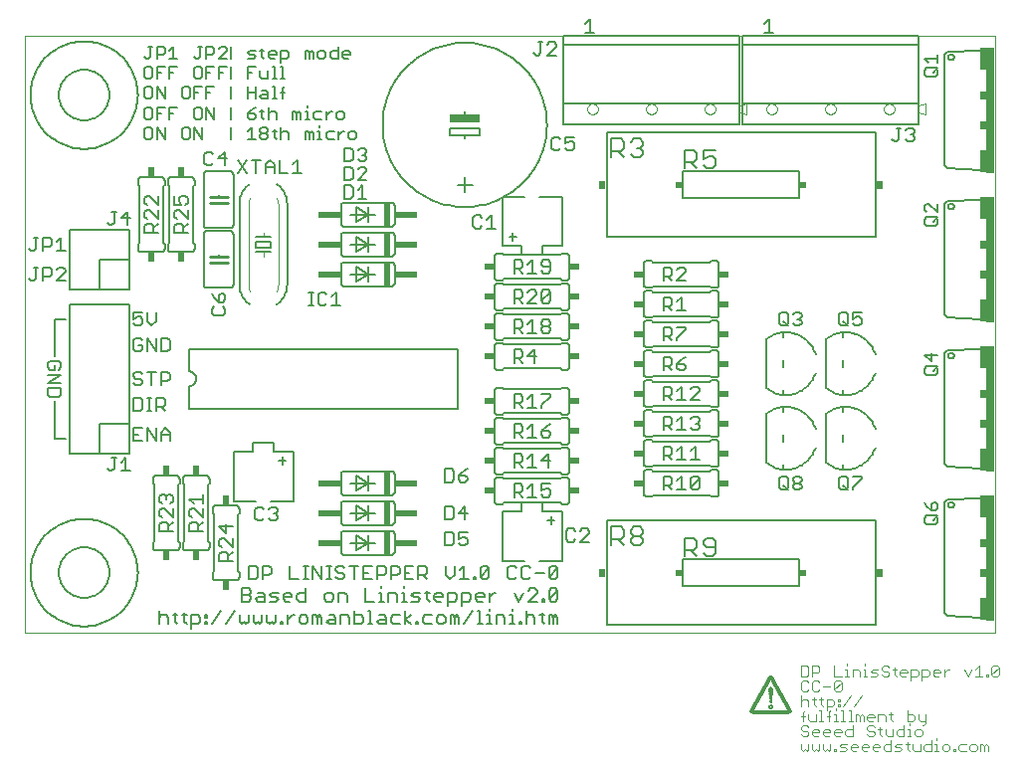
<source format=gto>
G75*
G70*
%OFA0B0*%
%FSLAX24Y24*%
%IPPOS*%
%LPD*%
%AMOC8*
5,1,8,0,0,1.08239X$1,22.5*
%
%ADD10C,0.0000*%
%ADD11C,0.0060*%
%ADD12C,0.0050*%
%ADD13C,0.0120*%
%ADD14C,0.0030*%
%ADD15R,0.0200X0.0800*%
%ADD16R,0.0750X0.0200*%
%ADD17R,0.0340X0.0240*%
%ADD18R,0.0300X0.4200*%
%ADD19R,0.0200X0.0750*%
%ADD20R,0.0200X0.0300*%
%ADD21R,0.0219X0.0315*%
%ADD22C,0.0080*%
%ADD23R,0.0219X0.0236*%
%ADD24R,0.1000X0.0250*%
%ADD25R,0.0240X0.0340*%
%ADD26C,0.0020*%
%ADD27C,0.0100*%
D10*
X000494Y004300D02*
X000494Y024296D01*
X032994Y024300D01*
X032994Y004300D01*
X000494Y004300D01*
D11*
X000694Y006300D02*
X000696Y006388D01*
X000703Y006476D01*
X000713Y006564D01*
X000729Y006651D01*
X000748Y006737D01*
X000772Y006823D01*
X000799Y006906D01*
X000831Y006989D01*
X000867Y007070D01*
X000907Y007149D01*
X000950Y007225D01*
X000997Y007300D01*
X001048Y007372D01*
X001103Y007442D01*
X001160Y007509D01*
X001221Y007573D01*
X001285Y007634D01*
X001352Y007691D01*
X001422Y007746D01*
X001494Y007797D01*
X001569Y007844D01*
X001645Y007887D01*
X001724Y007927D01*
X001805Y007963D01*
X001888Y007995D01*
X001971Y008022D01*
X002057Y008046D01*
X002143Y008065D01*
X002230Y008081D01*
X002318Y008091D01*
X002406Y008098D01*
X002494Y008100D01*
X002582Y008098D01*
X002670Y008091D01*
X002758Y008081D01*
X002845Y008065D01*
X002931Y008046D01*
X003017Y008022D01*
X003100Y007995D01*
X003183Y007963D01*
X003264Y007927D01*
X003343Y007887D01*
X003419Y007844D01*
X003494Y007797D01*
X003566Y007746D01*
X003636Y007691D01*
X003703Y007634D01*
X003767Y007573D01*
X003828Y007509D01*
X003885Y007442D01*
X003940Y007372D01*
X003991Y007300D01*
X004038Y007225D01*
X004081Y007149D01*
X004121Y007070D01*
X004157Y006989D01*
X004189Y006906D01*
X004216Y006823D01*
X004240Y006737D01*
X004259Y006651D01*
X004275Y006564D01*
X004285Y006476D01*
X004292Y006388D01*
X004294Y006300D01*
X004292Y006212D01*
X004285Y006124D01*
X004275Y006036D01*
X004259Y005949D01*
X004240Y005863D01*
X004216Y005777D01*
X004189Y005694D01*
X004157Y005611D01*
X004121Y005530D01*
X004081Y005451D01*
X004038Y005375D01*
X003991Y005300D01*
X003940Y005228D01*
X003885Y005158D01*
X003828Y005091D01*
X003767Y005027D01*
X003703Y004966D01*
X003636Y004909D01*
X003566Y004854D01*
X003494Y004803D01*
X003419Y004756D01*
X003343Y004713D01*
X003264Y004673D01*
X003183Y004637D01*
X003100Y004605D01*
X003017Y004578D01*
X002931Y004554D01*
X002845Y004535D01*
X002758Y004519D01*
X002670Y004509D01*
X002582Y004502D01*
X002494Y004500D01*
X002406Y004502D01*
X002318Y004509D01*
X002230Y004519D01*
X002143Y004535D01*
X002057Y004554D01*
X001971Y004578D01*
X001888Y004605D01*
X001805Y004637D01*
X001724Y004673D01*
X001645Y004713D01*
X001569Y004756D01*
X001494Y004803D01*
X001422Y004854D01*
X001352Y004909D01*
X001285Y004966D01*
X001221Y005027D01*
X001160Y005091D01*
X001103Y005158D01*
X001048Y005228D01*
X000997Y005300D01*
X000950Y005375D01*
X000907Y005451D01*
X000867Y005530D01*
X000831Y005611D01*
X000799Y005694D01*
X000772Y005777D01*
X000748Y005863D01*
X000729Y005949D01*
X000713Y006036D01*
X000703Y006124D01*
X000696Y006212D01*
X000694Y006300D01*
X004794Y007150D02*
X004794Y007300D01*
X004844Y007350D01*
X004844Y009250D01*
X004794Y009300D01*
X004794Y009450D01*
X004796Y009467D01*
X004800Y009484D01*
X004807Y009500D01*
X004817Y009514D01*
X004830Y009527D01*
X004844Y009537D01*
X004860Y009544D01*
X004877Y009548D01*
X004894Y009550D01*
X005594Y009550D01*
X005611Y009548D01*
X005628Y009544D01*
X005644Y009537D01*
X005658Y009527D01*
X005671Y009514D01*
X005681Y009500D01*
X005688Y009484D01*
X005692Y009467D01*
X005694Y009450D01*
X005694Y009300D01*
X005644Y009250D01*
X005644Y007350D01*
X005694Y007300D01*
X005694Y007150D01*
X005794Y007150D02*
X005794Y007300D01*
X005844Y007350D01*
X005844Y009250D01*
X005794Y009300D01*
X005794Y009450D01*
X005796Y009467D01*
X005800Y009484D01*
X005807Y009500D01*
X005817Y009514D01*
X005830Y009527D01*
X005844Y009537D01*
X005860Y009544D01*
X005877Y009548D01*
X005894Y009550D01*
X006594Y009550D01*
X006611Y009548D01*
X006628Y009544D01*
X006644Y009537D01*
X006658Y009527D01*
X006671Y009514D01*
X006681Y009500D01*
X006688Y009484D01*
X006692Y009467D01*
X006694Y009450D01*
X006694Y009300D01*
X006644Y009250D01*
X006644Y007350D01*
X006694Y007300D01*
X006694Y007150D01*
X006692Y007133D01*
X006688Y007116D01*
X006681Y007100D01*
X006671Y007086D01*
X006658Y007073D01*
X006644Y007063D01*
X006628Y007056D01*
X006611Y007052D01*
X006594Y007050D01*
X005894Y007050D01*
X005877Y007052D01*
X005860Y007056D01*
X005844Y007063D01*
X005830Y007073D01*
X005817Y007086D01*
X005807Y007100D01*
X005800Y007116D01*
X005796Y007133D01*
X005794Y007150D01*
X005694Y007150D02*
X005692Y007133D01*
X005688Y007116D01*
X005681Y007100D01*
X005671Y007086D01*
X005658Y007073D01*
X005644Y007063D01*
X005628Y007056D01*
X005611Y007052D01*
X005594Y007050D01*
X004894Y007050D01*
X004877Y007052D01*
X004860Y007056D01*
X004844Y007063D01*
X004830Y007073D01*
X004817Y007086D01*
X004807Y007100D01*
X004800Y007116D01*
X004796Y007133D01*
X004794Y007150D01*
X005023Y007699D02*
X005023Y007919D01*
X005097Y007992D01*
X005244Y007992D01*
X005317Y007919D01*
X005317Y007699D01*
X005317Y007846D02*
X005464Y007992D01*
X005464Y008159D02*
X005170Y008453D01*
X005097Y008453D01*
X005023Y008379D01*
X005023Y008233D01*
X005097Y008159D01*
X005464Y008159D02*
X005464Y008453D01*
X005390Y008620D02*
X005464Y008693D01*
X005464Y008840D01*
X005390Y008913D01*
X005317Y008913D01*
X005244Y008840D01*
X005244Y008766D01*
X005244Y008840D02*
X005170Y008913D01*
X005097Y008913D01*
X005023Y008840D01*
X005023Y008693D01*
X005097Y008620D01*
X006023Y008766D02*
X006464Y008766D01*
X006464Y008620D02*
X006464Y008913D01*
X006170Y008620D02*
X006023Y008766D01*
X006097Y008453D02*
X006023Y008379D01*
X006023Y008233D01*
X006097Y008159D01*
X006097Y007992D02*
X006023Y007919D01*
X006023Y007699D01*
X006464Y007699D01*
X006317Y007699D02*
X006317Y007919D01*
X006244Y007992D01*
X006097Y007992D01*
X006317Y007846D02*
X006464Y007992D01*
X006464Y008159D02*
X006170Y008453D01*
X006097Y008453D01*
X006464Y008453D02*
X006464Y008159D01*
X006794Y008300D02*
X006794Y008450D01*
X006796Y008467D01*
X006800Y008484D01*
X006807Y008500D01*
X006817Y008514D01*
X006830Y008527D01*
X006844Y008537D01*
X006860Y008544D01*
X006877Y008548D01*
X006894Y008550D01*
X007594Y008550D01*
X007611Y008548D01*
X007628Y008544D01*
X007644Y008537D01*
X007658Y008527D01*
X007671Y008514D01*
X007681Y008500D01*
X007688Y008484D01*
X007692Y008467D01*
X007694Y008450D01*
X007694Y008300D01*
X007644Y008250D01*
X007644Y006350D01*
X007694Y006300D01*
X007694Y006150D01*
X007692Y006133D01*
X007688Y006116D01*
X007681Y006100D01*
X007671Y006086D01*
X007658Y006073D01*
X007644Y006063D01*
X007628Y006056D01*
X007611Y006052D01*
X007594Y006050D01*
X006894Y006050D01*
X006877Y006052D01*
X006860Y006056D01*
X006844Y006063D01*
X006830Y006073D01*
X006817Y006086D01*
X006807Y006100D01*
X006800Y006116D01*
X006796Y006133D01*
X006794Y006150D01*
X006794Y006300D01*
X006844Y006350D01*
X006844Y008250D01*
X006794Y008300D01*
X007023Y007840D02*
X007244Y007620D01*
X007244Y007913D01*
X007464Y007840D02*
X007023Y007840D01*
X007097Y007453D02*
X007023Y007379D01*
X007023Y007233D01*
X007097Y007159D01*
X007097Y006992D02*
X007023Y006919D01*
X007023Y006699D01*
X007464Y006699D01*
X007317Y006699D02*
X007317Y006919D01*
X007244Y006992D01*
X007097Y006992D01*
X007317Y006846D02*
X007464Y006992D01*
X007464Y007159D02*
X007170Y007453D01*
X007097Y007453D01*
X007464Y007453D02*
X007464Y007159D01*
X008011Y006520D02*
X008232Y006520D01*
X008305Y006447D01*
X008305Y006153D01*
X008232Y006080D01*
X008011Y006080D01*
X008011Y006520D01*
X008472Y006520D02*
X008472Y006080D01*
X008472Y006227D02*
X008692Y006227D01*
X008765Y006300D01*
X008765Y006447D01*
X008692Y006520D01*
X008472Y006520D01*
X008001Y005770D02*
X008075Y005697D01*
X008075Y005624D01*
X008001Y005550D01*
X007781Y005550D01*
X007781Y005330D02*
X007781Y005770D01*
X008001Y005770D01*
X008001Y005550D02*
X008075Y005477D01*
X008075Y005403D01*
X008001Y005330D01*
X007781Y005330D01*
X008242Y005403D02*
X008315Y005477D01*
X008535Y005477D01*
X008535Y005550D02*
X008535Y005330D01*
X008315Y005330D01*
X008242Y005403D01*
X008315Y005624D02*
X008462Y005624D01*
X008535Y005550D01*
X008702Y005550D02*
X008775Y005624D01*
X008996Y005624D01*
X008922Y005477D02*
X008775Y005477D01*
X008702Y005550D01*
X008702Y005330D02*
X008922Y005330D01*
X008996Y005403D01*
X008922Y005477D01*
X009162Y005477D02*
X009456Y005477D01*
X009456Y005550D01*
X009383Y005624D01*
X009236Y005624D01*
X009162Y005550D01*
X009162Y005403D01*
X009236Y005330D01*
X009383Y005330D01*
X009623Y005403D02*
X009623Y005550D01*
X009696Y005624D01*
X009916Y005624D01*
X009916Y005770D02*
X009916Y005330D01*
X009696Y005330D01*
X009623Y005403D01*
X009536Y004874D02*
X009463Y004874D01*
X009316Y004727D01*
X009316Y004580D02*
X009316Y004874D01*
X009159Y004653D02*
X009159Y004580D01*
X009086Y004580D01*
X009086Y004653D01*
X009159Y004653D01*
X008919Y004653D02*
X008919Y004874D01*
X008919Y004653D02*
X008845Y004580D01*
X008772Y004653D01*
X008699Y004580D01*
X008625Y004653D01*
X008625Y004874D01*
X008458Y004874D02*
X008458Y004653D01*
X008385Y004580D01*
X008312Y004653D01*
X008238Y004580D01*
X008165Y004653D01*
X008165Y004874D01*
X007998Y004874D02*
X007998Y004653D01*
X007925Y004580D01*
X007851Y004653D01*
X007778Y004580D01*
X007704Y004653D01*
X007704Y004874D01*
X007538Y005020D02*
X007244Y004580D01*
X006784Y004580D02*
X007077Y005020D01*
X006627Y004874D02*
X006627Y004800D01*
X006553Y004800D01*
X006553Y004874D01*
X006627Y004874D01*
X006627Y004653D02*
X006627Y004580D01*
X006553Y004580D01*
X006553Y004653D01*
X006627Y004653D01*
X006387Y004653D02*
X006313Y004580D01*
X006093Y004580D01*
X006093Y004433D02*
X006093Y004874D01*
X006313Y004874D01*
X006387Y004800D01*
X006387Y004653D01*
X005933Y004580D02*
X005860Y004653D01*
X005860Y004947D01*
X005786Y004874D02*
X005933Y004874D01*
X005626Y004874D02*
X005479Y004874D01*
X005553Y004947D02*
X005553Y004653D01*
X005626Y004580D01*
X005312Y004580D02*
X005312Y004800D01*
X005239Y004874D01*
X005092Y004874D01*
X005019Y004800D01*
X005019Y005020D02*
X005019Y004580D01*
X005023Y007699D02*
X005464Y007699D01*
X007494Y008700D02*
X007494Y010350D01*
X008144Y010350D01*
X008144Y010650D01*
X008844Y010650D01*
X008844Y010350D01*
X009494Y010350D01*
X009494Y008700D01*
X008744Y008700D01*
X008757Y008495D02*
X008684Y008422D01*
X008757Y008495D02*
X008904Y008495D01*
X008978Y008422D01*
X008978Y008349D01*
X008904Y008275D01*
X008978Y008202D01*
X008978Y008128D01*
X008904Y008055D01*
X008757Y008055D01*
X008684Y008128D01*
X008517Y008128D02*
X008444Y008055D01*
X008297Y008055D01*
X008224Y008128D01*
X008224Y008422D01*
X008297Y008495D01*
X008444Y008495D01*
X008517Y008422D01*
X008831Y008275D02*
X008904Y008275D01*
X008244Y008700D02*
X007494Y008700D01*
X009004Y010050D02*
X009254Y010050D01*
X009134Y009920D02*
X009134Y010180D01*
X011094Y009600D02*
X011094Y009000D01*
X011096Y008983D01*
X011100Y008966D01*
X011107Y008950D01*
X011117Y008936D01*
X011130Y008923D01*
X011144Y008913D01*
X011160Y008906D01*
X011177Y008902D01*
X011194Y008900D01*
X012794Y008900D01*
X012811Y008902D01*
X012828Y008906D01*
X012844Y008913D01*
X012858Y008923D01*
X012871Y008936D01*
X012881Y008950D01*
X012888Y008966D01*
X012892Y008983D01*
X012894Y009000D01*
X012894Y009600D01*
X012892Y009617D01*
X012888Y009634D01*
X012881Y009650D01*
X012871Y009664D01*
X012858Y009677D01*
X012844Y009687D01*
X012828Y009694D01*
X012811Y009698D01*
X012794Y009700D01*
X011194Y009700D01*
X011177Y009698D01*
X011160Y009694D01*
X011144Y009687D01*
X011130Y009677D01*
X011117Y009664D01*
X011107Y009650D01*
X011100Y009634D01*
X011096Y009617D01*
X011094Y009600D01*
X011594Y009550D02*
X011994Y009300D01*
X011994Y009550D01*
X011994Y009300D02*
X011394Y009300D01*
X011594Y009050D02*
X011994Y009300D01*
X011994Y009050D01*
X011994Y009300D02*
X012244Y009300D01*
X011594Y009050D02*
X011594Y009550D01*
X011194Y008700D02*
X012794Y008700D01*
X012811Y008698D01*
X012828Y008694D01*
X012844Y008687D01*
X012858Y008677D01*
X012871Y008664D01*
X012881Y008650D01*
X012888Y008634D01*
X012892Y008617D01*
X012894Y008600D01*
X012894Y008000D01*
X012892Y007983D01*
X012888Y007966D01*
X012881Y007950D01*
X012871Y007936D01*
X012858Y007923D01*
X012844Y007913D01*
X012828Y007906D01*
X012811Y007902D01*
X012794Y007900D01*
X011194Y007900D01*
X011177Y007902D01*
X011160Y007906D01*
X011144Y007913D01*
X011130Y007923D01*
X011117Y007936D01*
X011107Y007950D01*
X011100Y007966D01*
X011096Y007983D01*
X011094Y008000D01*
X011094Y008600D01*
X011096Y008617D01*
X011100Y008634D01*
X011107Y008650D01*
X011117Y008664D01*
X011130Y008677D01*
X011144Y008687D01*
X011160Y008694D01*
X011177Y008698D01*
X011194Y008700D01*
X011594Y008550D02*
X011994Y008300D01*
X011994Y008550D01*
X011994Y008300D02*
X011394Y008300D01*
X011594Y008050D02*
X011994Y008300D01*
X011994Y008050D01*
X011994Y008300D02*
X012244Y008300D01*
X011594Y008050D02*
X011594Y008550D01*
X011194Y007700D02*
X012794Y007700D01*
X012811Y007698D01*
X012828Y007694D01*
X012844Y007687D01*
X012858Y007677D01*
X012871Y007664D01*
X012881Y007650D01*
X012888Y007634D01*
X012892Y007617D01*
X012894Y007600D01*
X012894Y007000D01*
X012892Y006983D01*
X012888Y006966D01*
X012881Y006950D01*
X012871Y006936D01*
X012858Y006923D01*
X012844Y006913D01*
X012828Y006906D01*
X012811Y006902D01*
X012794Y006900D01*
X011194Y006900D01*
X011177Y006902D01*
X011160Y006906D01*
X011144Y006913D01*
X011130Y006923D01*
X011117Y006936D01*
X011107Y006950D01*
X011100Y006966D01*
X011096Y006983D01*
X011094Y007000D01*
X011094Y007600D01*
X011096Y007617D01*
X011100Y007634D01*
X011107Y007650D01*
X011117Y007664D01*
X011130Y007677D01*
X011144Y007687D01*
X011160Y007694D01*
X011177Y007698D01*
X011194Y007700D01*
X011594Y007550D02*
X011994Y007300D01*
X011994Y007550D01*
X011994Y007300D02*
X011994Y007050D01*
X011994Y007300D02*
X011394Y007300D01*
X011594Y007050D02*
X011594Y007550D01*
X011994Y007300D02*
X011594Y007050D01*
X011994Y007300D02*
X012244Y007300D01*
X012308Y006520D02*
X012529Y006520D01*
X012602Y006447D01*
X012602Y006300D01*
X012529Y006227D01*
X012308Y006227D01*
X012308Y006080D02*
X012308Y006520D01*
X012142Y006520D02*
X011848Y006520D01*
X011848Y006080D01*
X012142Y006080D01*
X011995Y006300D02*
X011848Y006300D01*
X011681Y006520D02*
X011388Y006520D01*
X011534Y006520D02*
X011534Y006080D01*
X011221Y006153D02*
X011147Y006080D01*
X011001Y006080D01*
X010927Y006153D01*
X011001Y006300D02*
X011147Y006300D01*
X011221Y006227D01*
X011221Y006153D01*
X011001Y006300D02*
X010927Y006374D01*
X010927Y006447D01*
X011001Y006520D01*
X011147Y006520D01*
X011221Y006447D01*
X010767Y006520D02*
X010620Y006520D01*
X010694Y006520D02*
X010694Y006080D01*
X010767Y006080D02*
X010620Y006080D01*
X010453Y006080D02*
X010453Y006520D01*
X010160Y006520D02*
X010160Y006080D01*
X010000Y006080D02*
X009853Y006080D01*
X009926Y006080D02*
X009926Y006520D01*
X009853Y006520D02*
X010000Y006520D01*
X010160Y006520D02*
X010453Y006080D01*
X010617Y005624D02*
X010544Y005550D01*
X010544Y005403D01*
X010617Y005330D01*
X010764Y005330D01*
X010837Y005403D01*
X010837Y005550D01*
X010764Y005624D01*
X010617Y005624D01*
X011004Y005624D02*
X011004Y005330D01*
X011298Y005330D02*
X011298Y005550D01*
X011224Y005624D01*
X011004Y005624D01*
X011081Y004874D02*
X011301Y004874D01*
X011374Y004800D01*
X011374Y004580D01*
X011541Y004580D02*
X011541Y005020D01*
X011541Y004874D02*
X011761Y004874D01*
X011835Y004800D01*
X011835Y004653D01*
X011761Y004580D01*
X011541Y004580D01*
X011081Y004580D02*
X011081Y004874D01*
X010914Y004800D02*
X010914Y004580D01*
X010694Y004580D01*
X010620Y004653D01*
X010694Y004727D01*
X010914Y004727D01*
X010914Y004800D02*
X010840Y004874D01*
X010694Y004874D01*
X010453Y004800D02*
X010453Y004580D01*
X010307Y004580D02*
X010307Y004800D01*
X010380Y004874D01*
X010453Y004800D01*
X010307Y004800D02*
X010233Y004874D01*
X010160Y004874D01*
X010160Y004580D01*
X009993Y004653D02*
X009993Y004800D01*
X009920Y004874D01*
X009773Y004874D01*
X009699Y004800D01*
X009699Y004653D01*
X009773Y004580D01*
X009920Y004580D01*
X009993Y004653D01*
X009686Y006080D02*
X009393Y006080D01*
X009393Y006520D01*
X011925Y005770D02*
X011925Y005330D01*
X012218Y005330D01*
X012385Y005330D02*
X012532Y005330D01*
X012459Y005330D02*
X012459Y005624D01*
X012385Y005624D01*
X012459Y005770D02*
X012459Y005844D01*
X012692Y005624D02*
X012912Y005624D01*
X012986Y005550D01*
X012986Y005330D01*
X013152Y005330D02*
X013299Y005330D01*
X013226Y005330D02*
X013226Y005624D01*
X013152Y005624D01*
X013226Y005770D02*
X013226Y005844D01*
X013229Y006080D02*
X013523Y006080D01*
X013690Y006080D02*
X013690Y006520D01*
X013910Y006520D01*
X013983Y006447D01*
X013983Y006300D01*
X013910Y006227D01*
X013690Y006227D01*
X013836Y006227D02*
X013983Y006080D01*
X013523Y006520D02*
X013229Y006520D01*
X013229Y006080D01*
X013229Y006300D02*
X013376Y006300D01*
X013062Y006300D02*
X012989Y006227D01*
X012769Y006227D01*
X012769Y006080D02*
X012769Y006520D01*
X012989Y006520D01*
X013062Y006447D01*
X013062Y006300D01*
X012692Y005624D02*
X012692Y005330D01*
X012842Y004874D02*
X012769Y004800D01*
X012769Y004653D01*
X012842Y004580D01*
X013062Y004580D01*
X013229Y004580D02*
X013229Y005020D01*
X013062Y004874D02*
X012842Y004874D01*
X012602Y004800D02*
X012602Y004580D01*
X012382Y004580D01*
X012308Y004653D01*
X012382Y004727D01*
X012602Y004727D01*
X012602Y004800D02*
X012529Y004874D01*
X012382Y004874D01*
X012075Y005020D02*
X012075Y004580D01*
X012148Y004580D02*
X012001Y004580D01*
X012001Y005020D02*
X012075Y005020D01*
X013229Y004727D02*
X013449Y004874D01*
X013229Y004727D02*
X013449Y004580D01*
X013613Y004580D02*
X013686Y004580D01*
X013686Y004653D01*
X013613Y004653D01*
X013613Y004580D01*
X013843Y004653D02*
X013843Y004800D01*
X013916Y004874D01*
X014137Y004874D01*
X014303Y004800D02*
X014303Y004653D01*
X014377Y004580D01*
X014524Y004580D01*
X014597Y004653D01*
X014597Y004800D01*
X014524Y004874D01*
X014377Y004874D01*
X014303Y004800D01*
X014137Y004580D02*
X013916Y004580D01*
X013843Y004653D01*
X014687Y005183D02*
X014687Y005624D01*
X014907Y005624D01*
X014981Y005550D01*
X014981Y005403D01*
X014907Y005330D01*
X014687Y005330D01*
X014520Y005477D02*
X014227Y005477D01*
X014227Y005550D02*
X014227Y005403D01*
X014300Y005330D01*
X014447Y005330D01*
X014520Y005477D02*
X014520Y005550D01*
X014447Y005624D01*
X014300Y005624D01*
X014227Y005550D01*
X014067Y005624D02*
X013920Y005624D01*
X013993Y005697D02*
X013993Y005403D01*
X014067Y005330D01*
X013753Y005403D02*
X013680Y005477D01*
X013533Y005477D01*
X013459Y005550D01*
X013533Y005624D01*
X013753Y005624D01*
X013753Y005403D02*
X013680Y005330D01*
X013459Y005330D01*
X014610Y006227D02*
X014757Y006080D01*
X014904Y006227D01*
X014904Y006520D01*
X015071Y006374D02*
X015218Y006520D01*
X015218Y006080D01*
X015364Y006080D02*
X015071Y006080D01*
X014610Y006227D02*
X014610Y006520D01*
X014578Y007205D02*
X014798Y007205D01*
X014871Y007278D01*
X014871Y007572D01*
X014798Y007645D01*
X014578Y007645D01*
X014578Y007205D01*
X015038Y007278D02*
X015112Y007205D01*
X015258Y007205D01*
X015332Y007278D01*
X015332Y007425D01*
X015258Y007499D01*
X015185Y007499D01*
X015038Y007425D01*
X015038Y007645D01*
X015332Y007645D01*
X015258Y008080D02*
X015258Y008520D01*
X015038Y008300D01*
X015332Y008300D01*
X014871Y008153D02*
X014871Y008447D01*
X014798Y008520D01*
X014578Y008520D01*
X014578Y008080D01*
X014798Y008080D01*
X014871Y008153D01*
X016244Y008700D02*
X016244Y009400D01*
X016246Y009417D01*
X016250Y009434D01*
X016257Y009450D01*
X016267Y009464D01*
X016280Y009477D01*
X016294Y009487D01*
X016310Y009494D01*
X016327Y009498D01*
X016344Y009500D01*
X016494Y009500D01*
X016544Y009450D01*
X018444Y009450D01*
X018494Y009500D01*
X018644Y009500D01*
X018661Y009498D01*
X018678Y009494D01*
X018694Y009487D01*
X018708Y009477D01*
X018721Y009464D01*
X018731Y009450D01*
X018738Y009434D01*
X018742Y009417D01*
X018744Y009400D01*
X018744Y008700D01*
X018742Y008683D01*
X018738Y008666D01*
X018731Y008650D01*
X018721Y008636D01*
X018708Y008623D01*
X018694Y008613D01*
X018678Y008606D01*
X018661Y008602D01*
X018644Y008600D01*
X018494Y008600D01*
X018444Y008650D01*
X016544Y008650D01*
X016494Y008600D01*
X016344Y008600D01*
X016327Y008602D01*
X016310Y008606D01*
X016294Y008613D01*
X016280Y008623D01*
X016267Y008636D01*
X016257Y008650D01*
X016250Y008666D01*
X016246Y008683D01*
X016244Y008700D01*
X016494Y008350D02*
X017144Y008350D01*
X017144Y008650D01*
X017844Y008650D01*
X017844Y008350D01*
X018494Y008350D01*
X018494Y006700D01*
X017744Y006700D01*
X017436Y006447D02*
X017363Y006520D01*
X017216Y006520D01*
X017142Y006447D01*
X017142Y006153D01*
X017216Y006080D01*
X017363Y006080D01*
X017436Y006153D01*
X017603Y006300D02*
X017896Y006300D01*
X018063Y006153D02*
X018063Y006447D01*
X018137Y006520D01*
X018283Y006520D01*
X018357Y006447D01*
X018063Y006153D01*
X018137Y006080D01*
X018283Y006080D01*
X018357Y006153D01*
X018357Y006447D01*
X018283Y005770D02*
X018357Y005697D01*
X018063Y005403D01*
X018137Y005330D01*
X018283Y005330D01*
X018357Y005403D01*
X018357Y005697D01*
X018283Y005770D02*
X018137Y005770D01*
X018063Y005697D01*
X018063Y005403D01*
X017906Y005403D02*
X017906Y005330D01*
X017833Y005330D01*
X017833Y005403D01*
X017906Y005403D01*
X017666Y005330D02*
X017373Y005330D01*
X017666Y005624D01*
X017666Y005697D01*
X017593Y005770D01*
X017446Y005770D01*
X017373Y005697D01*
X017206Y005624D02*
X017059Y005330D01*
X016912Y005624D01*
X016902Y006080D02*
X016976Y006153D01*
X016902Y006080D02*
X016756Y006080D01*
X016682Y006153D01*
X016682Y006447D01*
X016756Y006520D01*
X016902Y006520D01*
X016976Y006447D01*
X017244Y006700D02*
X016494Y006700D01*
X016494Y008350D01*
X016899Y008830D02*
X016899Y009270D01*
X017119Y009270D01*
X017192Y009197D01*
X017192Y009050D01*
X017119Y008977D01*
X016899Y008977D01*
X017045Y008977D02*
X017192Y008830D01*
X017359Y008830D02*
X017653Y008830D01*
X017506Y008830D02*
X017506Y009270D01*
X017359Y009124D01*
X017819Y009050D02*
X017966Y009124D01*
X018040Y009124D01*
X018113Y009050D01*
X018113Y008903D01*
X018040Y008830D01*
X017893Y008830D01*
X017819Y008903D01*
X017819Y009050D02*
X017819Y009270D01*
X018113Y009270D01*
X018444Y009650D02*
X016544Y009650D01*
X016494Y009600D01*
X016344Y009600D01*
X016327Y009602D01*
X016310Y009606D01*
X016294Y009613D01*
X016280Y009623D01*
X016267Y009636D01*
X016257Y009650D01*
X016250Y009666D01*
X016246Y009683D01*
X016244Y009700D01*
X016244Y010400D01*
X016246Y010417D01*
X016250Y010434D01*
X016257Y010450D01*
X016267Y010464D01*
X016280Y010477D01*
X016294Y010487D01*
X016310Y010494D01*
X016327Y010498D01*
X016344Y010500D01*
X016494Y010500D01*
X016544Y010450D01*
X018444Y010450D01*
X018494Y010500D01*
X018644Y010500D01*
X018661Y010498D01*
X018678Y010494D01*
X018694Y010487D01*
X018708Y010477D01*
X018721Y010464D01*
X018731Y010450D01*
X018738Y010434D01*
X018742Y010417D01*
X018744Y010400D01*
X018744Y009700D01*
X018742Y009683D01*
X018738Y009666D01*
X018731Y009650D01*
X018721Y009636D01*
X018708Y009623D01*
X018694Y009613D01*
X018678Y009606D01*
X018661Y009602D01*
X018644Y009600D01*
X018494Y009600D01*
X018444Y009650D01*
X018113Y010050D02*
X017819Y010050D01*
X018040Y010270D01*
X018040Y009830D01*
X017653Y009830D02*
X017359Y009830D01*
X017506Y009830D02*
X017506Y010270D01*
X017359Y010124D01*
X017192Y010197D02*
X017192Y010050D01*
X017119Y009977D01*
X016899Y009977D01*
X017045Y009977D02*
X017192Y009830D01*
X016899Y009830D02*
X016899Y010270D01*
X017119Y010270D01*
X017192Y010197D01*
X016544Y010650D02*
X018444Y010650D01*
X018494Y010600D01*
X018644Y010600D01*
X018661Y010602D01*
X018678Y010606D01*
X018694Y010613D01*
X018708Y010623D01*
X018721Y010636D01*
X018731Y010650D01*
X018738Y010666D01*
X018742Y010683D01*
X018744Y010700D01*
X018744Y011400D01*
X018742Y011417D01*
X018738Y011434D01*
X018731Y011450D01*
X018721Y011464D01*
X018708Y011477D01*
X018694Y011487D01*
X018678Y011494D01*
X018661Y011498D01*
X018644Y011500D01*
X018494Y011500D01*
X018444Y011450D01*
X016544Y011450D01*
X016494Y011500D01*
X016344Y011500D01*
X016327Y011498D01*
X016310Y011494D01*
X016294Y011487D01*
X016280Y011477D01*
X016267Y011464D01*
X016257Y011450D01*
X016250Y011434D01*
X016246Y011417D01*
X016244Y011400D01*
X016244Y010700D01*
X016246Y010683D01*
X016250Y010666D01*
X016257Y010650D01*
X016267Y010636D01*
X016280Y010623D01*
X016294Y010613D01*
X016310Y010606D01*
X016327Y010602D01*
X016344Y010600D01*
X016494Y010600D01*
X016544Y010650D01*
X016899Y010830D02*
X016899Y011270D01*
X017119Y011270D01*
X017192Y011197D01*
X017192Y011050D01*
X017119Y010977D01*
X016899Y010977D01*
X017045Y010977D02*
X017192Y010830D01*
X017359Y010830D02*
X017653Y010830D01*
X017506Y010830D02*
X017506Y011270D01*
X017359Y011124D01*
X017819Y011050D02*
X018040Y011050D01*
X018113Y010977D01*
X018113Y010903D01*
X018040Y010830D01*
X017893Y010830D01*
X017819Y010903D01*
X017819Y011050D01*
X017966Y011197D01*
X018113Y011270D01*
X018444Y011650D02*
X016544Y011650D01*
X016494Y011600D01*
X016344Y011600D01*
X016327Y011602D01*
X016310Y011606D01*
X016294Y011613D01*
X016280Y011623D01*
X016267Y011636D01*
X016257Y011650D01*
X016250Y011666D01*
X016246Y011683D01*
X016244Y011700D01*
X016244Y012400D01*
X016246Y012417D01*
X016250Y012434D01*
X016257Y012450D01*
X016267Y012464D01*
X016280Y012477D01*
X016294Y012487D01*
X016310Y012494D01*
X016327Y012498D01*
X016344Y012500D01*
X016494Y012500D01*
X016544Y012450D01*
X018444Y012450D01*
X018494Y012500D01*
X018644Y012500D01*
X018661Y012498D01*
X018678Y012494D01*
X018694Y012487D01*
X018708Y012477D01*
X018721Y012464D01*
X018731Y012450D01*
X018738Y012434D01*
X018742Y012417D01*
X018744Y012400D01*
X018744Y011700D01*
X018742Y011683D01*
X018738Y011666D01*
X018731Y011650D01*
X018721Y011636D01*
X018708Y011623D01*
X018694Y011613D01*
X018678Y011606D01*
X018661Y011602D01*
X018644Y011600D01*
X018494Y011600D01*
X018444Y011650D01*
X018113Y012197D02*
X017819Y011903D01*
X017819Y011830D01*
X017653Y011830D02*
X017359Y011830D01*
X017506Y011830D02*
X017506Y012270D01*
X017359Y012124D01*
X017192Y012197D02*
X017192Y012050D01*
X017119Y011977D01*
X016899Y011977D01*
X017045Y011977D02*
X017192Y011830D01*
X016899Y011830D02*
X016899Y012270D01*
X017119Y012270D01*
X017192Y012197D01*
X017819Y012270D02*
X018113Y012270D01*
X018113Y012197D01*
X018494Y013100D02*
X018444Y013150D01*
X016544Y013150D01*
X016494Y013100D01*
X016344Y013100D01*
X016327Y013102D01*
X016310Y013106D01*
X016294Y013113D01*
X016280Y013123D01*
X016267Y013136D01*
X016257Y013150D01*
X016250Y013166D01*
X016246Y013183D01*
X016244Y013200D01*
X016244Y013900D01*
X016246Y013917D01*
X016250Y013934D01*
X016257Y013950D01*
X016267Y013964D01*
X016280Y013977D01*
X016294Y013987D01*
X016310Y013994D01*
X016327Y013998D01*
X016344Y014000D01*
X016494Y014000D01*
X016544Y013950D01*
X018444Y013950D01*
X018494Y014000D01*
X018644Y014000D01*
X018661Y013998D01*
X018678Y013994D01*
X018694Y013987D01*
X018708Y013977D01*
X018721Y013964D01*
X018731Y013950D01*
X018738Y013934D01*
X018742Y013917D01*
X018744Y013900D01*
X018744Y013200D01*
X018742Y013183D01*
X018738Y013166D01*
X018731Y013150D01*
X018721Y013136D01*
X018708Y013123D01*
X018694Y013113D01*
X018678Y013106D01*
X018661Y013102D01*
X018644Y013100D01*
X018494Y013100D01*
X017579Y013330D02*
X017579Y013770D01*
X017359Y013550D01*
X017653Y013550D01*
X017192Y013550D02*
X017192Y013697D01*
X017119Y013770D01*
X016899Y013770D01*
X016899Y013330D01*
X016899Y013477D02*
X017119Y013477D01*
X017192Y013550D01*
X017045Y013477D02*
X017192Y013330D01*
X017192Y014330D02*
X017045Y014477D01*
X017119Y014477D02*
X016899Y014477D01*
X016899Y014330D02*
X016899Y014770D01*
X017119Y014770D01*
X017192Y014697D01*
X017192Y014550D01*
X017119Y014477D01*
X017359Y014624D02*
X017506Y014770D01*
X017506Y014330D01*
X017359Y014330D02*
X017653Y014330D01*
X017819Y014403D02*
X017819Y014477D01*
X017893Y014550D01*
X018040Y014550D01*
X018113Y014477D01*
X018113Y014403D01*
X018040Y014330D01*
X017893Y014330D01*
X017819Y014403D01*
X017893Y014550D02*
X017819Y014624D01*
X017819Y014697D01*
X017893Y014770D01*
X018040Y014770D01*
X018113Y014697D01*
X018113Y014624D01*
X018040Y014550D01*
X018444Y014950D02*
X016544Y014950D01*
X016494Y015000D01*
X016344Y015000D01*
X016327Y014998D01*
X016310Y014994D01*
X016294Y014987D01*
X016280Y014977D01*
X016267Y014964D01*
X016257Y014950D01*
X016250Y014934D01*
X016246Y014917D01*
X016244Y014900D01*
X016244Y014200D01*
X016246Y014183D01*
X016250Y014166D01*
X016257Y014150D01*
X016267Y014136D01*
X016280Y014123D01*
X016294Y014113D01*
X016310Y014106D01*
X016327Y014102D01*
X016344Y014100D01*
X016494Y014100D01*
X016544Y014150D01*
X018444Y014150D01*
X018494Y014100D01*
X018644Y014100D01*
X018661Y014102D01*
X018678Y014106D01*
X018694Y014113D01*
X018708Y014123D01*
X018721Y014136D01*
X018731Y014150D01*
X018738Y014166D01*
X018742Y014183D01*
X018744Y014200D01*
X018744Y014900D01*
X018742Y014917D01*
X018738Y014934D01*
X018731Y014950D01*
X018721Y014964D01*
X018708Y014977D01*
X018694Y014987D01*
X018678Y014994D01*
X018661Y014998D01*
X018644Y015000D01*
X018494Y015000D01*
X018444Y014950D01*
X018494Y015100D02*
X018644Y015100D01*
X018661Y015102D01*
X018678Y015106D01*
X018694Y015113D01*
X018708Y015123D01*
X018721Y015136D01*
X018731Y015150D01*
X018738Y015166D01*
X018742Y015183D01*
X018744Y015200D01*
X018744Y015900D01*
X018742Y015917D01*
X018738Y015934D01*
X018731Y015950D01*
X018721Y015964D01*
X018708Y015977D01*
X018694Y015987D01*
X018678Y015994D01*
X018661Y015998D01*
X018644Y016000D01*
X018494Y016000D01*
X018444Y015950D01*
X016544Y015950D01*
X016494Y016000D01*
X016344Y016000D01*
X016327Y015998D01*
X016310Y015994D01*
X016294Y015987D01*
X016280Y015977D01*
X016267Y015964D01*
X016257Y015950D01*
X016250Y015934D01*
X016246Y015917D01*
X016244Y015900D01*
X016244Y015200D01*
X016246Y015183D01*
X016250Y015166D01*
X016257Y015150D01*
X016267Y015136D01*
X016280Y015123D01*
X016294Y015113D01*
X016310Y015106D01*
X016327Y015102D01*
X016344Y015100D01*
X016494Y015100D01*
X016544Y015150D01*
X018444Y015150D01*
X018494Y015100D01*
X018113Y015403D02*
X018040Y015330D01*
X017893Y015330D01*
X017819Y015403D01*
X018113Y015697D01*
X018113Y015403D01*
X017819Y015403D02*
X017819Y015697D01*
X017893Y015770D01*
X018040Y015770D01*
X018113Y015697D01*
X018494Y016100D02*
X018644Y016100D01*
X018661Y016102D01*
X018678Y016106D01*
X018694Y016113D01*
X018708Y016123D01*
X018721Y016136D01*
X018731Y016150D01*
X018738Y016166D01*
X018742Y016183D01*
X018744Y016200D01*
X018744Y016900D01*
X018742Y016917D01*
X018738Y016934D01*
X018731Y016950D01*
X018721Y016964D01*
X018708Y016977D01*
X018694Y016987D01*
X018678Y016994D01*
X018661Y016998D01*
X018644Y017000D01*
X018494Y017000D01*
X018444Y016950D01*
X016544Y016950D01*
X016494Y017000D01*
X016344Y017000D01*
X016327Y016998D01*
X016310Y016994D01*
X016294Y016987D01*
X016280Y016977D01*
X016267Y016964D01*
X016257Y016950D01*
X016250Y016934D01*
X016246Y016917D01*
X016244Y016900D01*
X016244Y016200D01*
X016246Y016183D01*
X016250Y016166D01*
X016257Y016150D01*
X016267Y016136D01*
X016280Y016123D01*
X016294Y016113D01*
X016310Y016106D01*
X016327Y016102D01*
X016344Y016100D01*
X016494Y016100D01*
X016544Y016150D01*
X018444Y016150D01*
X018494Y016100D01*
X018113Y016403D02*
X018113Y016697D01*
X018040Y016770D01*
X017893Y016770D01*
X017819Y016697D01*
X017819Y016624D01*
X017893Y016550D01*
X018113Y016550D01*
X018113Y016403D02*
X018040Y016330D01*
X017893Y016330D01*
X017819Y016403D01*
X017653Y016330D02*
X017359Y016330D01*
X017506Y016330D02*
X017506Y016770D01*
X017359Y016624D01*
X017192Y016697D02*
X017192Y016550D01*
X017119Y016477D01*
X016899Y016477D01*
X017045Y016477D02*
X017192Y016330D01*
X016899Y016330D02*
X016899Y016770D01*
X017119Y016770D01*
X017192Y016697D01*
X017144Y016950D02*
X017844Y016950D01*
X017844Y017250D01*
X018494Y017250D01*
X018494Y018900D01*
X017744Y018900D01*
X017244Y018900D02*
X016494Y018900D01*
X016494Y017250D01*
X017144Y017250D01*
X017144Y016950D01*
X016854Y017420D02*
X016854Y017680D01*
X016734Y017550D02*
X016984Y017550D01*
X016278Y017830D02*
X015984Y017830D01*
X016131Y017830D02*
X016131Y018270D01*
X015984Y018124D01*
X015817Y018197D02*
X015744Y018270D01*
X015597Y018270D01*
X015524Y018197D01*
X015524Y017903D01*
X015597Y017830D01*
X015744Y017830D01*
X015817Y017903D01*
X015244Y019050D02*
X015244Y019550D01*
X015494Y019300D02*
X014994Y019300D01*
X015244Y020850D02*
X015244Y020950D01*
X014744Y020950D01*
X014744Y021200D01*
X015744Y021200D01*
X015744Y020950D01*
X015244Y020950D01*
X012494Y021300D02*
X012497Y021435D01*
X012507Y021570D01*
X012524Y021704D01*
X012547Y021836D01*
X012576Y021968D01*
X012612Y022098D01*
X012655Y022226D01*
X012703Y022352D01*
X012758Y022476D01*
X012819Y022596D01*
X012885Y022714D01*
X012957Y022828D01*
X013035Y022938D01*
X013118Y023045D01*
X013206Y023147D01*
X013299Y023245D01*
X013397Y023338D01*
X013499Y023426D01*
X013606Y023509D01*
X013716Y023587D01*
X013830Y023659D01*
X013948Y023725D01*
X014068Y023786D01*
X014192Y023841D01*
X014318Y023889D01*
X014446Y023932D01*
X014576Y023968D01*
X014708Y023997D01*
X014840Y024020D01*
X014974Y024037D01*
X015109Y024047D01*
X015244Y024050D01*
X015379Y024047D01*
X015514Y024037D01*
X015648Y024020D01*
X015780Y023997D01*
X015912Y023968D01*
X016042Y023932D01*
X016170Y023889D01*
X016296Y023841D01*
X016420Y023786D01*
X016540Y023725D01*
X016658Y023659D01*
X016772Y023587D01*
X016882Y023509D01*
X016989Y023426D01*
X017091Y023338D01*
X017189Y023245D01*
X017282Y023147D01*
X017370Y023045D01*
X017453Y022938D01*
X017531Y022828D01*
X017603Y022714D01*
X017669Y022596D01*
X017730Y022476D01*
X017785Y022352D01*
X017833Y022226D01*
X017876Y022098D01*
X017912Y021968D01*
X017941Y021836D01*
X017964Y021704D01*
X017981Y021570D01*
X017991Y021435D01*
X017994Y021300D01*
X017991Y021165D01*
X017981Y021030D01*
X017964Y020896D01*
X017941Y020764D01*
X017912Y020632D01*
X017876Y020502D01*
X017833Y020374D01*
X017785Y020248D01*
X017730Y020124D01*
X017669Y020004D01*
X017603Y019886D01*
X017531Y019772D01*
X017453Y019662D01*
X017370Y019555D01*
X017282Y019453D01*
X017189Y019355D01*
X017091Y019262D01*
X016989Y019174D01*
X016882Y019091D01*
X016772Y019013D01*
X016658Y018941D01*
X016540Y018875D01*
X016420Y018814D01*
X016296Y018759D01*
X016170Y018711D01*
X016042Y018668D01*
X015912Y018632D01*
X015780Y018603D01*
X015648Y018580D01*
X015514Y018563D01*
X015379Y018553D01*
X015244Y018550D01*
X015109Y018553D01*
X014974Y018563D01*
X014840Y018580D01*
X014708Y018603D01*
X014576Y018632D01*
X014446Y018668D01*
X014318Y018711D01*
X014192Y018759D01*
X014068Y018814D01*
X013948Y018875D01*
X013830Y018941D01*
X013716Y019013D01*
X013606Y019091D01*
X013499Y019174D01*
X013397Y019262D01*
X013299Y019355D01*
X013206Y019453D01*
X013118Y019555D01*
X013035Y019662D01*
X012957Y019772D01*
X012885Y019886D01*
X012819Y020004D01*
X012758Y020124D01*
X012703Y020248D01*
X012655Y020374D01*
X012612Y020502D01*
X012576Y020632D01*
X012547Y020764D01*
X012524Y020896D01*
X012507Y021030D01*
X012497Y021165D01*
X012494Y021300D01*
X011883Y020520D02*
X011957Y020447D01*
X011957Y020374D01*
X011883Y020300D01*
X011957Y020227D01*
X011957Y020153D01*
X011883Y020080D01*
X011737Y020080D01*
X011663Y020153D01*
X011496Y020153D02*
X011496Y020447D01*
X011423Y020520D01*
X011203Y020520D01*
X011203Y020080D01*
X011423Y020080D01*
X011496Y020153D01*
X011423Y019895D02*
X011203Y019895D01*
X011203Y019455D01*
X011423Y019455D01*
X011496Y019528D01*
X011496Y019822D01*
X011423Y019895D01*
X011663Y019822D02*
X011737Y019895D01*
X011883Y019895D01*
X011957Y019822D01*
X011957Y019749D01*
X011663Y019455D01*
X011957Y019455D01*
X011810Y019270D02*
X011810Y018830D01*
X011663Y018830D02*
X011957Y018830D01*
X011994Y018550D02*
X011994Y018300D01*
X011994Y018050D01*
X011994Y018300D02*
X011394Y018300D01*
X011594Y018050D02*
X011994Y018300D01*
X011594Y018550D01*
X011594Y018050D01*
X011194Y017900D02*
X011177Y017902D01*
X011160Y017906D01*
X011144Y017913D01*
X011130Y017923D01*
X011117Y017936D01*
X011107Y017950D01*
X011100Y017966D01*
X011096Y017983D01*
X011094Y018000D01*
X011094Y018600D01*
X011096Y018617D01*
X011100Y018634D01*
X011107Y018650D01*
X011117Y018664D01*
X011130Y018677D01*
X011144Y018687D01*
X011160Y018694D01*
X011177Y018698D01*
X011194Y018700D01*
X012794Y018700D01*
X012811Y018698D01*
X012828Y018694D01*
X012844Y018687D01*
X012858Y018677D01*
X012871Y018664D01*
X012881Y018650D01*
X012888Y018634D01*
X012892Y018617D01*
X012894Y018600D01*
X012894Y018000D01*
X012892Y017983D01*
X012888Y017966D01*
X012881Y017950D01*
X012871Y017936D01*
X012858Y017923D01*
X012844Y017913D01*
X012828Y017906D01*
X012811Y017902D01*
X012794Y017900D01*
X011194Y017900D01*
X011194Y017700D02*
X012794Y017700D01*
X012811Y017698D01*
X012828Y017694D01*
X012844Y017687D01*
X012858Y017677D01*
X012871Y017664D01*
X012881Y017650D01*
X012888Y017634D01*
X012892Y017617D01*
X012894Y017600D01*
X012894Y017000D01*
X012892Y016983D01*
X012888Y016966D01*
X012881Y016950D01*
X012871Y016936D01*
X012858Y016923D01*
X012844Y016913D01*
X012828Y016906D01*
X012811Y016902D01*
X012794Y016900D01*
X011194Y016900D01*
X011177Y016902D01*
X011160Y016906D01*
X011144Y016913D01*
X011130Y016923D01*
X011117Y016936D01*
X011107Y016950D01*
X011100Y016966D01*
X011096Y016983D01*
X011094Y017000D01*
X011094Y017600D01*
X011096Y017617D01*
X011100Y017634D01*
X011107Y017650D01*
X011117Y017664D01*
X011130Y017677D01*
X011144Y017687D01*
X011160Y017694D01*
X011177Y017698D01*
X011194Y017700D01*
X011594Y017550D02*
X011994Y017300D01*
X011994Y017550D01*
X011994Y017300D02*
X011394Y017300D01*
X011594Y017050D02*
X011994Y017300D01*
X011994Y017050D01*
X011994Y017300D02*
X012244Y017300D01*
X011594Y017050D02*
X011594Y017550D01*
X011994Y018300D02*
X012244Y018300D01*
X011496Y018903D02*
X011423Y018830D01*
X011203Y018830D01*
X011203Y019270D01*
X011423Y019270D01*
X011496Y019197D01*
X011496Y018903D01*
X011663Y019124D02*
X011810Y019270D01*
X011810Y020300D02*
X011883Y020300D01*
X011883Y020520D02*
X011737Y020520D01*
X011663Y020447D01*
X009784Y019680D02*
X009490Y019680D01*
X009637Y019680D02*
X009637Y020120D01*
X009490Y019974D01*
X009323Y019680D02*
X009030Y019680D01*
X009030Y020120D01*
X008863Y019974D02*
X008863Y019680D01*
X008863Y019900D02*
X008569Y019900D01*
X008569Y019974D02*
X008716Y020120D01*
X008863Y019974D01*
X008569Y019974D02*
X008569Y019680D01*
X008256Y019680D02*
X008256Y020120D01*
X008109Y020120D02*
X008403Y020120D01*
X007942Y020120D02*
X007649Y019680D01*
X007494Y019650D02*
X007494Y017950D01*
X007492Y017933D01*
X007488Y017916D01*
X007481Y017900D01*
X007471Y017886D01*
X007458Y017873D01*
X007444Y017863D01*
X007428Y017856D01*
X007411Y017852D01*
X007394Y017850D01*
X006594Y017850D01*
X006594Y017750D02*
X007394Y017750D01*
X007411Y017748D01*
X007428Y017744D01*
X007444Y017737D01*
X007458Y017727D01*
X007471Y017714D01*
X007481Y017700D01*
X007488Y017684D01*
X007492Y017667D01*
X007494Y017650D01*
X007494Y015950D01*
X007492Y015933D01*
X007488Y015916D01*
X007481Y015900D01*
X007471Y015886D01*
X007458Y015873D01*
X007444Y015863D01*
X007428Y015856D01*
X007411Y015852D01*
X007394Y015850D01*
X006594Y015850D01*
X006577Y015852D01*
X006560Y015856D01*
X006544Y015863D01*
X006530Y015873D01*
X006517Y015886D01*
X006507Y015900D01*
X006500Y015916D01*
X006496Y015933D01*
X006494Y015950D01*
X006494Y017650D01*
X006496Y017667D01*
X006500Y017684D01*
X006507Y017700D01*
X006517Y017714D01*
X006530Y017727D01*
X006544Y017737D01*
X006560Y017744D01*
X006577Y017748D01*
X006594Y017750D01*
X006594Y017850D02*
X006577Y017852D01*
X006560Y017856D01*
X006544Y017863D01*
X006530Y017873D01*
X006517Y017886D01*
X006507Y017900D01*
X006500Y017916D01*
X006496Y017933D01*
X006494Y017950D01*
X006494Y019650D01*
X006496Y019667D01*
X006500Y019684D01*
X006507Y019700D01*
X006517Y019714D01*
X006530Y019727D01*
X006544Y019737D01*
X006560Y019744D01*
X006577Y019748D01*
X006594Y019750D01*
X007394Y019750D01*
X007411Y019748D01*
X007428Y019744D01*
X007444Y019737D01*
X007458Y019727D01*
X007471Y019714D01*
X007481Y019700D01*
X007488Y019684D01*
X007492Y019667D01*
X007494Y019650D01*
X007204Y019955D02*
X007204Y020395D01*
X006984Y020175D01*
X007278Y020175D01*
X007649Y020120D02*
X007942Y019680D01*
X006817Y020028D02*
X006744Y019955D01*
X006597Y019955D01*
X006524Y020028D01*
X006524Y020322D01*
X006597Y020395D01*
X006744Y020395D01*
X006817Y020322D01*
X006094Y019550D02*
X005394Y019550D01*
X005377Y019548D01*
X005360Y019544D01*
X005344Y019537D01*
X005330Y019527D01*
X005317Y019514D01*
X005307Y019500D01*
X005300Y019484D01*
X005296Y019467D01*
X005294Y019450D01*
X005294Y019300D01*
X005344Y019250D01*
X005344Y017350D01*
X005294Y017300D01*
X005294Y017150D01*
X005296Y017133D01*
X005300Y017116D01*
X005307Y017100D01*
X005317Y017086D01*
X005330Y017073D01*
X005344Y017063D01*
X005360Y017056D01*
X005377Y017052D01*
X005394Y017050D01*
X006094Y017050D01*
X006111Y017052D01*
X006128Y017056D01*
X006144Y017063D01*
X006158Y017073D01*
X006171Y017086D01*
X006181Y017100D01*
X006188Y017116D01*
X006192Y017133D01*
X006194Y017150D01*
X006194Y017300D01*
X006144Y017350D01*
X006144Y019250D01*
X006194Y019300D01*
X006194Y019450D01*
X006192Y019467D01*
X006188Y019484D01*
X006181Y019500D01*
X006171Y019514D01*
X006158Y019527D01*
X006144Y019537D01*
X006128Y019544D01*
X006111Y019548D01*
X006094Y019550D01*
X005890Y018913D02*
X005964Y018840D01*
X005964Y018693D01*
X005890Y018620D01*
X005744Y018620D02*
X005670Y018766D01*
X005670Y018840D01*
X005744Y018913D01*
X005890Y018913D01*
X005523Y018913D02*
X005523Y018620D01*
X005744Y018620D01*
X005670Y018453D02*
X005964Y018159D01*
X005964Y018453D01*
X005670Y018453D02*
X005597Y018453D01*
X005523Y018379D01*
X005523Y018233D01*
X005597Y018159D01*
X005597Y017992D02*
X005744Y017992D01*
X005817Y017919D01*
X005817Y017699D01*
X005817Y017846D02*
X005964Y017992D01*
X005964Y017699D02*
X005523Y017699D01*
X005523Y017919D01*
X005597Y017992D01*
X004964Y017992D02*
X004817Y017846D01*
X004817Y017919D02*
X004817Y017699D01*
X004964Y017699D02*
X004523Y017699D01*
X004523Y017919D01*
X004597Y017992D01*
X004744Y017992D01*
X004817Y017919D01*
X004964Y018159D02*
X004670Y018453D01*
X004597Y018453D01*
X004523Y018379D01*
X004523Y018233D01*
X004597Y018159D01*
X004964Y018159D02*
X004964Y018453D01*
X004964Y018620D02*
X004670Y018913D01*
X004597Y018913D01*
X004523Y018840D01*
X004523Y018693D01*
X004597Y018620D01*
X004964Y018620D02*
X004964Y018913D01*
X005144Y019250D02*
X005144Y017350D01*
X005194Y017300D01*
X005194Y017150D01*
X005192Y017133D01*
X005188Y017116D01*
X005181Y017100D01*
X005171Y017086D01*
X005158Y017073D01*
X005144Y017063D01*
X005128Y017056D01*
X005111Y017052D01*
X005094Y017050D01*
X004394Y017050D01*
X004377Y017052D01*
X004360Y017056D01*
X004344Y017063D01*
X004330Y017073D01*
X004317Y017086D01*
X004307Y017100D01*
X004300Y017116D01*
X004296Y017133D01*
X004294Y017150D01*
X004294Y017300D01*
X004344Y017350D01*
X004344Y019250D01*
X004294Y019300D01*
X004294Y019450D01*
X004296Y019467D01*
X004300Y019484D01*
X004307Y019500D01*
X004317Y019514D01*
X004330Y019527D01*
X004344Y019537D01*
X004360Y019544D01*
X004377Y019548D01*
X004394Y019550D01*
X005094Y019550D01*
X005111Y019548D01*
X005128Y019544D01*
X005144Y019537D01*
X005158Y019527D01*
X005171Y019514D01*
X005181Y019500D01*
X005188Y019484D01*
X005192Y019467D01*
X005194Y019450D01*
X005194Y019300D01*
X005144Y019250D01*
X003954Y018395D02*
X003734Y018175D01*
X004028Y018175D01*
X003954Y017955D02*
X003954Y018395D01*
X003567Y018395D02*
X003420Y018395D01*
X003494Y018395D02*
X003494Y018028D01*
X003420Y017955D01*
X003347Y017955D01*
X003274Y018028D01*
X003994Y017800D02*
X001994Y017800D01*
X001994Y015800D01*
X002994Y015800D01*
X002994Y016800D01*
X003994Y016800D01*
X003994Y017800D01*
X003994Y016800D02*
X003994Y015800D01*
X002994Y015800D01*
X001994Y015300D02*
X003994Y015300D01*
X003994Y011300D01*
X002994Y011300D01*
X002994Y010300D01*
X001994Y010300D01*
X001994Y015300D01*
X001869Y014800D02*
X001494Y014800D01*
X001494Y013550D01*
X001641Y013395D02*
X001347Y013395D01*
X001274Y013322D01*
X001274Y013175D01*
X001347Y013101D01*
X001494Y013101D01*
X001494Y013248D01*
X001641Y013101D02*
X001714Y013175D01*
X001714Y013322D01*
X001641Y013395D01*
X001714Y012935D02*
X001274Y012935D01*
X001274Y012641D02*
X001714Y012641D01*
X001714Y012474D02*
X001714Y012254D01*
X001641Y012181D01*
X001347Y012181D01*
X001274Y012254D01*
X001274Y012474D01*
X001714Y012474D01*
X001714Y012935D02*
X001274Y012641D01*
X001494Y012050D02*
X001494Y010800D01*
X001869Y010800D01*
X002994Y010300D02*
X003994Y010300D01*
X003994Y011300D01*
X004149Y011145D02*
X004149Y010705D01*
X004442Y010705D01*
X004609Y010705D02*
X004609Y011145D01*
X004903Y010705D01*
X004903Y011145D01*
X005069Y010999D02*
X005216Y011145D01*
X005363Y010999D01*
X005363Y010705D01*
X005363Y010925D02*
X005069Y010925D01*
X005069Y010999D02*
X005069Y010705D01*
X004442Y011145D02*
X004149Y011145D01*
X004149Y010925D02*
X004295Y010925D01*
X004369Y011705D02*
X004149Y011705D01*
X004149Y012145D01*
X004369Y012145D01*
X004442Y012072D01*
X004442Y011778D01*
X004369Y011705D01*
X004609Y011705D02*
X004756Y011705D01*
X004682Y011705D02*
X004682Y012145D01*
X004609Y012145D02*
X004756Y012145D01*
X004916Y012145D02*
X005136Y012145D01*
X005210Y012072D01*
X005210Y011925D01*
X005136Y011852D01*
X004916Y011852D01*
X005063Y011852D02*
X005210Y011705D01*
X004916Y011705D02*
X004916Y012145D01*
X005069Y012580D02*
X005069Y013020D01*
X005290Y013020D01*
X005363Y012947D01*
X005363Y012800D01*
X005290Y012727D01*
X005069Y012727D01*
X004903Y013020D02*
X004609Y013020D01*
X004756Y013020D02*
X004756Y012580D01*
X004442Y012653D02*
X004369Y012580D01*
X004222Y012580D01*
X004149Y012653D01*
X004222Y012800D02*
X004369Y012800D01*
X004442Y012727D01*
X004442Y012653D01*
X004222Y012800D02*
X004149Y012874D01*
X004149Y012947D01*
X004222Y013020D01*
X004369Y013020D01*
X004442Y012947D01*
X004369Y013705D02*
X004222Y013705D01*
X004149Y013778D01*
X004149Y014072D01*
X004222Y014145D01*
X004369Y014145D01*
X004442Y014072D01*
X004442Y013925D02*
X004295Y013925D01*
X004442Y013925D02*
X004442Y013778D01*
X004369Y013705D01*
X004609Y013705D02*
X004609Y014145D01*
X004903Y013705D01*
X004903Y014145D01*
X005069Y014145D02*
X005290Y014145D01*
X005363Y014072D01*
X005363Y013778D01*
X005290Y013705D01*
X005069Y013705D01*
X005069Y014145D01*
X004756Y014580D02*
X004903Y014727D01*
X004903Y015020D01*
X004609Y015020D02*
X004609Y014727D01*
X004756Y014580D01*
X004442Y014653D02*
X004369Y014580D01*
X004222Y014580D01*
X004149Y014653D01*
X004149Y014800D02*
X004295Y014874D01*
X004369Y014874D01*
X004442Y014800D01*
X004442Y014653D01*
X004149Y014800D02*
X004149Y015020D01*
X004442Y015020D01*
X005994Y013800D02*
X005994Y013050D01*
X006024Y013048D01*
X006054Y013043D01*
X006083Y013034D01*
X006110Y013021D01*
X006136Y013006D01*
X006160Y012987D01*
X006181Y012966D01*
X006200Y012942D01*
X006215Y012916D01*
X006228Y012889D01*
X006237Y012860D01*
X006242Y012830D01*
X006244Y012800D01*
X006242Y012770D01*
X006237Y012740D01*
X006228Y012711D01*
X006215Y012684D01*
X006200Y012658D01*
X006181Y012634D01*
X006160Y012613D01*
X006136Y012594D01*
X006110Y012579D01*
X006083Y012566D01*
X006054Y012557D01*
X006024Y012552D01*
X005994Y012550D01*
X005994Y011800D01*
X014994Y011800D01*
X014994Y013800D01*
X005994Y013800D01*
X007694Y015950D02*
X007694Y018650D01*
X006994Y018650D02*
X006994Y018700D01*
X006994Y018900D02*
X006994Y018950D01*
X007694Y018650D02*
X007696Y018706D01*
X007702Y018761D01*
X007711Y018816D01*
X007725Y018870D01*
X007742Y018923D01*
X007763Y018974D01*
X007787Y019024D01*
X007815Y019072D01*
X007846Y019119D01*
X007880Y019162D01*
X007917Y019204D01*
X007957Y019243D01*
X007999Y019279D01*
X008044Y019311D01*
X008944Y019311D02*
X008989Y019279D01*
X009031Y019243D01*
X009071Y019204D01*
X009108Y019163D01*
X009142Y019119D01*
X009173Y019072D01*
X009201Y019024D01*
X009225Y018974D01*
X009246Y018923D01*
X009263Y018870D01*
X009277Y018816D01*
X009286Y018761D01*
X009292Y018706D01*
X009294Y018650D01*
X009294Y015950D01*
X010024Y015690D02*
X010170Y015690D01*
X010097Y015690D02*
X010097Y015250D01*
X010024Y015250D02*
X010170Y015250D01*
X010331Y015323D02*
X010404Y015250D01*
X010551Y015250D01*
X010624Y015323D01*
X010791Y015250D02*
X011085Y015250D01*
X010938Y015250D02*
X010938Y015690D01*
X010791Y015544D01*
X010624Y015617D02*
X010551Y015690D01*
X010404Y015690D01*
X010331Y015617D01*
X010331Y015323D01*
X011094Y016000D02*
X011094Y016600D01*
X011096Y016617D01*
X011100Y016634D01*
X011107Y016650D01*
X011117Y016664D01*
X011130Y016677D01*
X011144Y016687D01*
X011160Y016694D01*
X011177Y016698D01*
X011194Y016700D01*
X012794Y016700D01*
X012811Y016698D01*
X012828Y016694D01*
X012844Y016687D01*
X012858Y016677D01*
X012871Y016664D01*
X012881Y016650D01*
X012888Y016634D01*
X012892Y016617D01*
X012894Y016600D01*
X012894Y016000D01*
X012892Y015983D01*
X012888Y015966D01*
X012881Y015950D01*
X012871Y015936D01*
X012858Y015923D01*
X012844Y015913D01*
X012828Y015906D01*
X012811Y015902D01*
X012794Y015900D01*
X011194Y015900D01*
X011177Y015902D01*
X011160Y015906D01*
X011144Y015913D01*
X011130Y015923D01*
X011117Y015936D01*
X011107Y015950D01*
X011100Y015966D01*
X011096Y015983D01*
X011094Y016000D01*
X011394Y016300D02*
X011994Y016300D01*
X011994Y016550D01*
X011994Y016300D02*
X011994Y016050D01*
X011994Y016300D02*
X011594Y016050D01*
X011594Y016550D01*
X011994Y016300D01*
X012244Y016300D01*
X008744Y017050D02*
X008494Y017050D01*
X008244Y017050D01*
X008244Y017200D02*
X008744Y017200D01*
X008744Y017400D01*
X008244Y017400D01*
X008244Y017200D01*
X008244Y017550D02*
X008494Y017550D01*
X008744Y017550D01*
X007694Y015950D02*
X007696Y015894D01*
X007702Y015839D01*
X007711Y015784D01*
X007725Y015730D01*
X007742Y015677D01*
X007763Y015626D01*
X007787Y015576D01*
X007815Y015528D01*
X007846Y015481D01*
X007880Y015437D01*
X007917Y015396D01*
X007957Y015357D01*
X007999Y015321D01*
X008044Y015289D01*
X008944Y015289D02*
X008989Y015321D01*
X009031Y015357D01*
X009071Y015396D01*
X009108Y015438D01*
X009142Y015481D01*
X009173Y015528D01*
X009201Y015576D01*
X009225Y015626D01*
X009246Y015677D01*
X009263Y015730D01*
X009277Y015784D01*
X009286Y015839D01*
X009292Y015894D01*
X009294Y015950D01*
X006994Y016650D02*
X006994Y016700D01*
X006994Y016900D02*
X006994Y016950D01*
X001863Y017080D02*
X001569Y017080D01*
X001716Y017080D02*
X001716Y017520D01*
X001569Y017374D01*
X001403Y017447D02*
X001403Y017300D01*
X001329Y017227D01*
X001109Y017227D01*
X001109Y017080D02*
X001109Y017520D01*
X001329Y017520D01*
X001403Y017447D01*
X000942Y017520D02*
X000795Y017520D01*
X000869Y017520D02*
X000869Y017153D01*
X000795Y017080D01*
X000722Y017080D01*
X000649Y017153D01*
X000795Y016520D02*
X000942Y016520D01*
X000869Y016520D02*
X000869Y016153D01*
X000795Y016080D01*
X000722Y016080D01*
X000649Y016153D01*
X001109Y016080D02*
X001109Y016520D01*
X001329Y016520D01*
X001403Y016447D01*
X001403Y016300D01*
X001329Y016227D01*
X001109Y016227D01*
X001569Y016080D02*
X001863Y016374D01*
X001863Y016447D01*
X001790Y016520D01*
X001643Y016520D01*
X001569Y016447D01*
X001569Y016080D02*
X001863Y016080D01*
X003420Y010145D02*
X003567Y010145D01*
X003494Y010145D02*
X003494Y009778D01*
X003420Y009705D01*
X003347Y009705D01*
X003274Y009778D01*
X003734Y009705D02*
X004028Y009705D01*
X003881Y009705D02*
X003881Y010145D01*
X003734Y009999D01*
X014578Y009770D02*
X014578Y009330D01*
X014798Y009330D01*
X014871Y009403D01*
X014871Y009697D01*
X014798Y009770D01*
X014578Y009770D01*
X015038Y009550D02*
X015258Y009550D01*
X015332Y009477D01*
X015332Y009403D01*
X015258Y009330D01*
X015112Y009330D01*
X015038Y009403D01*
X015038Y009550D01*
X015185Y009697D01*
X015332Y009770D01*
X018004Y008050D02*
X018254Y008050D01*
X018134Y007920D02*
X018134Y008180D01*
X018649Y007697D02*
X018649Y007403D01*
X018722Y007330D01*
X018869Y007330D01*
X018942Y007403D01*
X019109Y007330D02*
X019403Y007624D01*
X019403Y007697D01*
X019329Y007770D01*
X019182Y007770D01*
X019109Y007697D01*
X018942Y007697D02*
X018869Y007770D01*
X018722Y007770D01*
X018649Y007697D01*
X019109Y007330D02*
X019403Y007330D01*
X019994Y008042D02*
X019994Y004558D01*
X028994Y004558D01*
X028994Y008042D01*
X019994Y008042D01*
X021244Y008950D02*
X021244Y009650D01*
X021246Y009667D01*
X021250Y009684D01*
X021257Y009700D01*
X021267Y009714D01*
X021280Y009727D01*
X021294Y009737D01*
X021310Y009744D01*
X021327Y009748D01*
X021344Y009750D01*
X021494Y009750D01*
X021544Y009700D01*
X023444Y009700D01*
X023494Y009750D01*
X023644Y009750D01*
X023661Y009748D01*
X023678Y009744D01*
X023694Y009737D01*
X023708Y009727D01*
X023721Y009714D01*
X023731Y009700D01*
X023738Y009684D01*
X023742Y009667D01*
X023744Y009650D01*
X023744Y008950D01*
X023742Y008933D01*
X023738Y008916D01*
X023731Y008900D01*
X023721Y008886D01*
X023708Y008873D01*
X023694Y008863D01*
X023678Y008856D01*
X023661Y008852D01*
X023644Y008850D01*
X023494Y008850D01*
X023444Y008900D01*
X021544Y008900D01*
X021494Y008850D01*
X021344Y008850D01*
X021327Y008852D01*
X021310Y008856D01*
X021294Y008863D01*
X021280Y008873D01*
X021267Y008886D01*
X021257Y008900D01*
X021250Y008916D01*
X021246Y008933D01*
X021244Y008950D01*
X021899Y009080D02*
X021899Y009520D01*
X022119Y009520D01*
X022192Y009447D01*
X022192Y009300D01*
X022119Y009227D01*
X021899Y009227D01*
X022045Y009227D02*
X022192Y009080D01*
X022359Y009080D02*
X022653Y009080D01*
X022506Y009080D02*
X022506Y009520D01*
X022359Y009374D01*
X022819Y009447D02*
X022819Y009153D01*
X023113Y009447D01*
X023113Y009153D01*
X023040Y009080D01*
X022893Y009080D01*
X022819Y009153D01*
X022819Y009447D02*
X022893Y009520D01*
X023040Y009520D01*
X023113Y009447D01*
X023494Y009850D02*
X023444Y009900D01*
X021544Y009900D01*
X021494Y009850D01*
X021344Y009850D01*
X021327Y009852D01*
X021310Y009856D01*
X021294Y009863D01*
X021280Y009873D01*
X021267Y009886D01*
X021257Y009900D01*
X021250Y009916D01*
X021246Y009933D01*
X021244Y009950D01*
X021244Y010650D01*
X021246Y010667D01*
X021250Y010684D01*
X021257Y010700D01*
X021267Y010714D01*
X021280Y010727D01*
X021294Y010737D01*
X021310Y010744D01*
X021327Y010748D01*
X021344Y010750D01*
X021494Y010750D01*
X021544Y010700D01*
X023444Y010700D01*
X023494Y010750D01*
X023644Y010750D01*
X023661Y010748D01*
X023678Y010744D01*
X023694Y010737D01*
X023708Y010727D01*
X023721Y010714D01*
X023731Y010700D01*
X023738Y010684D01*
X023742Y010667D01*
X023744Y010650D01*
X023744Y009950D01*
X023742Y009933D01*
X023738Y009916D01*
X023731Y009900D01*
X023721Y009886D01*
X023708Y009873D01*
X023694Y009863D01*
X023678Y009856D01*
X023661Y009852D01*
X023644Y009850D01*
X023494Y009850D01*
X023113Y010080D02*
X022819Y010080D01*
X022966Y010080D02*
X022966Y010520D01*
X022819Y010374D01*
X022653Y010080D02*
X022359Y010080D01*
X022506Y010080D02*
X022506Y010520D01*
X022359Y010374D01*
X022192Y010447D02*
X022192Y010300D01*
X022119Y010227D01*
X021899Y010227D01*
X022045Y010227D02*
X022192Y010080D01*
X021899Y010080D02*
X021899Y010520D01*
X022119Y010520D01*
X022192Y010447D01*
X021544Y010900D02*
X023444Y010900D01*
X023494Y010850D01*
X023644Y010850D01*
X023661Y010852D01*
X023678Y010856D01*
X023694Y010863D01*
X023708Y010873D01*
X023721Y010886D01*
X023731Y010900D01*
X023738Y010916D01*
X023742Y010933D01*
X023744Y010950D01*
X023744Y011650D01*
X023742Y011667D01*
X023738Y011684D01*
X023731Y011700D01*
X023721Y011714D01*
X023708Y011727D01*
X023694Y011737D01*
X023678Y011744D01*
X023661Y011748D01*
X023644Y011750D01*
X023494Y011750D01*
X023444Y011700D01*
X021544Y011700D01*
X021494Y011750D01*
X021344Y011750D01*
X021327Y011748D01*
X021310Y011744D01*
X021294Y011737D01*
X021280Y011727D01*
X021267Y011714D01*
X021257Y011700D01*
X021250Y011684D01*
X021246Y011667D01*
X021244Y011650D01*
X021244Y010950D01*
X021246Y010933D01*
X021250Y010916D01*
X021257Y010900D01*
X021267Y010886D01*
X021280Y010873D01*
X021294Y010863D01*
X021310Y010856D01*
X021327Y010852D01*
X021344Y010850D01*
X021494Y010850D01*
X021544Y010900D01*
X021899Y011080D02*
X021899Y011520D01*
X022119Y011520D01*
X022192Y011447D01*
X022192Y011300D01*
X022119Y011227D01*
X021899Y011227D01*
X022045Y011227D02*
X022192Y011080D01*
X022359Y011080D02*
X022653Y011080D01*
X022506Y011080D02*
X022506Y011520D01*
X022359Y011374D01*
X022819Y011447D02*
X022893Y011520D01*
X023040Y011520D01*
X023113Y011447D01*
X023113Y011374D01*
X023040Y011300D01*
X023113Y011227D01*
X023113Y011153D01*
X023040Y011080D01*
X022893Y011080D01*
X022819Y011153D01*
X022966Y011300D02*
X023040Y011300D01*
X023494Y011850D02*
X023444Y011900D01*
X021544Y011900D01*
X021494Y011850D01*
X021344Y011850D01*
X021327Y011852D01*
X021310Y011856D01*
X021294Y011863D01*
X021280Y011873D01*
X021267Y011886D01*
X021257Y011900D01*
X021250Y011916D01*
X021246Y011933D01*
X021244Y011950D01*
X021244Y012650D01*
X021246Y012667D01*
X021250Y012684D01*
X021257Y012700D01*
X021267Y012714D01*
X021280Y012727D01*
X021294Y012737D01*
X021310Y012744D01*
X021327Y012748D01*
X021344Y012750D01*
X021494Y012750D01*
X021544Y012700D01*
X023444Y012700D01*
X023494Y012750D01*
X023644Y012750D01*
X023661Y012748D01*
X023678Y012744D01*
X023694Y012737D01*
X023708Y012727D01*
X023721Y012714D01*
X023731Y012700D01*
X023738Y012684D01*
X023742Y012667D01*
X023744Y012650D01*
X023744Y011950D01*
X023742Y011933D01*
X023738Y011916D01*
X023731Y011900D01*
X023721Y011886D01*
X023708Y011873D01*
X023694Y011863D01*
X023678Y011856D01*
X023661Y011852D01*
X023644Y011850D01*
X023494Y011850D01*
X023113Y012080D02*
X022819Y012080D01*
X023113Y012374D01*
X023113Y012447D01*
X023040Y012520D01*
X022893Y012520D01*
X022819Y012447D01*
X022506Y012520D02*
X022506Y012080D01*
X022359Y012080D02*
X022653Y012080D01*
X022192Y012080D02*
X022045Y012227D01*
X022119Y012227D02*
X021899Y012227D01*
X021899Y012080D02*
X021899Y012520D01*
X022119Y012520D01*
X022192Y012447D01*
X022192Y012300D01*
X022119Y012227D01*
X022359Y012374D02*
X022506Y012520D01*
X022432Y013080D02*
X022579Y013080D01*
X022653Y013153D01*
X022653Y013227D01*
X022579Y013300D01*
X022359Y013300D01*
X022359Y013153D01*
X022432Y013080D01*
X022359Y013300D02*
X022506Y013447D01*
X022653Y013520D01*
X022192Y013447D02*
X022192Y013300D01*
X022119Y013227D01*
X021899Y013227D01*
X022045Y013227D02*
X022192Y013080D01*
X021899Y013080D02*
X021899Y013520D01*
X022119Y013520D01*
X022192Y013447D01*
X022192Y014080D02*
X022045Y014227D01*
X022119Y014227D02*
X021899Y014227D01*
X021899Y014080D02*
X021899Y014520D01*
X022119Y014520D01*
X022192Y014447D01*
X022192Y014300D01*
X022119Y014227D01*
X022359Y014153D02*
X022359Y014080D01*
X022359Y014153D02*
X022653Y014447D01*
X022653Y014520D01*
X022359Y014520D01*
X022359Y015080D02*
X022653Y015080D01*
X022506Y015080D02*
X022506Y015520D01*
X022359Y015374D01*
X022192Y015447D02*
X022192Y015300D01*
X022119Y015227D01*
X021899Y015227D01*
X022045Y015227D02*
X022192Y015080D01*
X021899Y015080D02*
X021899Y015520D01*
X022119Y015520D01*
X022192Y015447D01*
X022192Y016080D02*
X022045Y016227D01*
X022119Y016227D02*
X021899Y016227D01*
X021899Y016080D02*
X021899Y016520D01*
X022119Y016520D01*
X022192Y016447D01*
X022192Y016300D01*
X022119Y016227D01*
X022359Y016080D02*
X022653Y016374D01*
X022653Y016447D01*
X022579Y016520D01*
X022432Y016520D01*
X022359Y016447D01*
X022359Y016080D02*
X022653Y016080D01*
X023444Y015900D02*
X021544Y015900D01*
X021494Y015850D01*
X021344Y015850D01*
X021344Y015750D02*
X021494Y015750D01*
X021544Y015700D01*
X023444Y015700D01*
X023494Y015750D01*
X023644Y015750D01*
X023661Y015748D01*
X023678Y015744D01*
X023694Y015737D01*
X023708Y015727D01*
X023721Y015714D01*
X023731Y015700D01*
X023738Y015684D01*
X023742Y015667D01*
X023744Y015650D01*
X023744Y014950D01*
X023742Y014933D01*
X023738Y014916D01*
X023731Y014900D01*
X023721Y014886D01*
X023708Y014873D01*
X023694Y014863D01*
X023678Y014856D01*
X023661Y014852D01*
X023644Y014850D01*
X023494Y014850D01*
X023444Y014900D01*
X021544Y014900D01*
X021494Y014850D01*
X021344Y014850D01*
X021327Y014852D01*
X021310Y014856D01*
X021294Y014863D01*
X021280Y014873D01*
X021267Y014886D01*
X021257Y014900D01*
X021250Y014916D01*
X021246Y014933D01*
X021244Y014950D01*
X021244Y015650D01*
X021246Y015667D01*
X021250Y015684D01*
X021257Y015700D01*
X021267Y015714D01*
X021280Y015727D01*
X021294Y015737D01*
X021310Y015744D01*
X021327Y015748D01*
X021344Y015750D01*
X021344Y015850D02*
X021327Y015852D01*
X021310Y015856D01*
X021294Y015863D01*
X021280Y015873D01*
X021267Y015886D01*
X021257Y015900D01*
X021250Y015916D01*
X021246Y015933D01*
X021244Y015950D01*
X021244Y016650D01*
X021246Y016667D01*
X021250Y016684D01*
X021257Y016700D01*
X021267Y016714D01*
X021280Y016727D01*
X021294Y016737D01*
X021310Y016744D01*
X021327Y016748D01*
X021344Y016750D01*
X021494Y016750D01*
X021544Y016700D01*
X023444Y016700D01*
X023494Y016750D01*
X023644Y016750D01*
X023661Y016748D01*
X023678Y016744D01*
X023694Y016737D01*
X023708Y016727D01*
X023721Y016714D01*
X023731Y016700D01*
X023738Y016684D01*
X023742Y016667D01*
X023744Y016650D01*
X023744Y015950D01*
X023742Y015933D01*
X023738Y015916D01*
X023731Y015900D01*
X023721Y015886D01*
X023708Y015873D01*
X023694Y015863D01*
X023678Y015856D01*
X023661Y015852D01*
X023644Y015850D01*
X023494Y015850D01*
X023444Y015900D01*
X023494Y014750D02*
X023444Y014700D01*
X021544Y014700D01*
X021494Y014750D01*
X021344Y014750D01*
X021327Y014748D01*
X021310Y014744D01*
X021294Y014737D01*
X021280Y014727D01*
X021267Y014714D01*
X021257Y014700D01*
X021250Y014684D01*
X021246Y014667D01*
X021244Y014650D01*
X021244Y013950D01*
X021246Y013933D01*
X021250Y013916D01*
X021257Y013900D01*
X021267Y013886D01*
X021280Y013873D01*
X021294Y013863D01*
X021310Y013856D01*
X021327Y013852D01*
X021344Y013850D01*
X021494Y013850D01*
X021544Y013900D01*
X023444Y013900D01*
X023494Y013850D01*
X023644Y013850D01*
X023661Y013852D01*
X023678Y013856D01*
X023694Y013863D01*
X023708Y013873D01*
X023721Y013886D01*
X023731Y013900D01*
X023738Y013916D01*
X023742Y013933D01*
X023744Y013950D01*
X023744Y014650D01*
X023742Y014667D01*
X023738Y014684D01*
X023731Y014700D01*
X023721Y014714D01*
X023708Y014727D01*
X023694Y014737D01*
X023678Y014744D01*
X023661Y014748D01*
X023644Y014750D01*
X023494Y014750D01*
X023494Y013750D02*
X023444Y013700D01*
X021544Y013700D01*
X021494Y013750D01*
X021344Y013750D01*
X021327Y013748D01*
X021310Y013744D01*
X021294Y013737D01*
X021280Y013727D01*
X021267Y013714D01*
X021257Y013700D01*
X021250Y013684D01*
X021246Y013667D01*
X021244Y013650D01*
X021244Y012950D01*
X021246Y012933D01*
X021250Y012916D01*
X021257Y012900D01*
X021267Y012886D01*
X021280Y012873D01*
X021294Y012863D01*
X021310Y012856D01*
X021327Y012852D01*
X021344Y012850D01*
X021494Y012850D01*
X021544Y012900D01*
X023444Y012900D01*
X023494Y012850D01*
X023644Y012850D01*
X023661Y012852D01*
X023678Y012856D01*
X023694Y012863D01*
X023708Y012873D01*
X023721Y012886D01*
X023731Y012900D01*
X023738Y012916D01*
X023742Y012933D01*
X023744Y012950D01*
X023744Y013650D01*
X023742Y013667D01*
X023738Y013684D01*
X023731Y013700D01*
X023721Y013714D01*
X023708Y013727D01*
X023694Y013737D01*
X023678Y013744D01*
X023661Y013748D01*
X023644Y013750D01*
X023494Y013750D01*
X025774Y014653D02*
X025847Y014580D01*
X025994Y014580D01*
X026067Y014653D01*
X026067Y014947D01*
X025994Y015020D01*
X025847Y015020D01*
X025774Y014947D01*
X025774Y014653D01*
X025920Y014727D02*
X026067Y014580D01*
X026234Y014653D02*
X026307Y014580D01*
X026454Y014580D01*
X026528Y014653D01*
X026528Y014727D01*
X026454Y014800D01*
X026381Y014800D01*
X026454Y014800D02*
X026528Y014874D01*
X026528Y014947D01*
X026454Y015020D01*
X026307Y015020D01*
X026234Y014947D01*
X027774Y014947D02*
X027774Y014653D01*
X027847Y014580D01*
X027994Y014580D01*
X028067Y014653D01*
X028067Y014947D01*
X027994Y015020D01*
X027847Y015020D01*
X027774Y014947D01*
X027920Y014727D02*
X028067Y014580D01*
X028234Y014653D02*
X028307Y014580D01*
X028454Y014580D01*
X028528Y014653D01*
X028528Y014800D01*
X028454Y014874D01*
X028381Y014874D01*
X028234Y014800D01*
X028234Y015020D01*
X028528Y015020D01*
X030643Y013590D02*
X030864Y013370D01*
X030864Y013663D01*
X031084Y013590D02*
X030643Y013590D01*
X030717Y013203D02*
X031010Y013203D01*
X031084Y013129D01*
X031084Y012983D01*
X031010Y012909D01*
X030717Y012909D01*
X030643Y012983D01*
X030643Y013129D01*
X030717Y013203D01*
X030937Y013056D02*
X031084Y013203D01*
X031294Y013650D02*
X031394Y013750D01*
X032544Y013800D01*
X031434Y013570D02*
X031436Y013590D01*
X031442Y013608D01*
X031451Y013626D01*
X031463Y013641D01*
X031478Y013653D01*
X031496Y013662D01*
X031514Y013668D01*
X031534Y013670D01*
X031554Y013668D01*
X031572Y013662D01*
X031590Y013653D01*
X031605Y013641D01*
X031617Y013626D01*
X031626Y013608D01*
X031632Y013590D01*
X031634Y013570D01*
X031632Y013550D01*
X031626Y013532D01*
X031617Y013514D01*
X031605Y013499D01*
X031590Y013487D01*
X031572Y013478D01*
X031554Y013472D01*
X031534Y013470D01*
X031514Y013472D01*
X031496Y013478D01*
X031478Y013487D01*
X031463Y013499D01*
X031451Y013514D01*
X031442Y013532D01*
X031436Y013550D01*
X031434Y013570D01*
X031294Y013650D02*
X031294Y009950D01*
X031394Y009850D01*
X032544Y009800D01*
X032544Y008800D02*
X031394Y008750D01*
X031294Y008650D01*
X031294Y004950D01*
X031394Y004850D01*
X032544Y004800D01*
X031010Y007909D02*
X030717Y007909D01*
X030643Y007983D01*
X030643Y008129D01*
X030717Y008203D01*
X031010Y008203D01*
X031084Y008129D01*
X031084Y007983D01*
X031010Y007909D01*
X030937Y008056D02*
X031084Y008203D01*
X031010Y008370D02*
X031084Y008443D01*
X031084Y008590D01*
X031010Y008663D01*
X030937Y008663D01*
X030864Y008590D01*
X030864Y008370D01*
X031010Y008370D01*
X030864Y008370D02*
X030717Y008516D01*
X030643Y008663D01*
X031434Y008570D02*
X031436Y008590D01*
X031442Y008608D01*
X031451Y008626D01*
X031463Y008641D01*
X031478Y008653D01*
X031496Y008662D01*
X031514Y008668D01*
X031534Y008670D01*
X031554Y008668D01*
X031572Y008662D01*
X031590Y008653D01*
X031605Y008641D01*
X031617Y008626D01*
X031626Y008608D01*
X031632Y008590D01*
X031634Y008570D01*
X031632Y008550D01*
X031626Y008532D01*
X031617Y008514D01*
X031605Y008499D01*
X031590Y008487D01*
X031572Y008478D01*
X031554Y008472D01*
X031534Y008470D01*
X031514Y008472D01*
X031496Y008478D01*
X031478Y008487D01*
X031463Y008499D01*
X031451Y008514D01*
X031442Y008532D01*
X031436Y008550D01*
X031434Y008570D01*
X028528Y009447D02*
X028234Y009153D01*
X028234Y009080D01*
X028067Y009080D02*
X027920Y009227D01*
X027774Y009153D02*
X027847Y009080D01*
X027994Y009080D01*
X028067Y009153D01*
X028067Y009447D01*
X027994Y009520D01*
X027847Y009520D01*
X027774Y009447D01*
X027774Y009153D01*
X028234Y009520D02*
X028528Y009520D01*
X028528Y009447D01*
X026528Y009447D02*
X026528Y009374D01*
X026454Y009300D01*
X026307Y009300D01*
X026234Y009374D01*
X026234Y009447D01*
X026307Y009520D01*
X026454Y009520D01*
X026528Y009447D01*
X026454Y009300D02*
X026528Y009227D01*
X026528Y009153D01*
X026454Y009080D01*
X026307Y009080D01*
X026234Y009153D01*
X026234Y009227D01*
X026307Y009300D01*
X026067Y009447D02*
X026067Y009153D01*
X025994Y009080D01*
X025847Y009080D01*
X025774Y009153D01*
X025774Y009447D01*
X025847Y009520D01*
X025994Y009520D01*
X026067Y009447D01*
X025920Y009227D02*
X026067Y009080D01*
X026435Y006743D02*
X022553Y006743D01*
X022553Y005857D01*
X026435Y005857D01*
X026435Y006743D01*
X018357Y004800D02*
X018357Y004580D01*
X018210Y004580D02*
X018210Y004800D01*
X018283Y004874D01*
X018357Y004800D01*
X018210Y004800D02*
X018137Y004874D01*
X018063Y004874D01*
X018063Y004580D01*
X017903Y004580D02*
X017830Y004653D01*
X017830Y004947D01*
X017756Y004874D02*
X017903Y004874D01*
X017590Y004800D02*
X017590Y004580D01*
X017590Y004800D02*
X017516Y004874D01*
X017369Y004874D01*
X017296Y004800D01*
X017139Y004653D02*
X017066Y004653D01*
X017066Y004580D01*
X017139Y004580D01*
X017139Y004653D01*
X017296Y004580D02*
X017296Y005020D01*
X016832Y005020D02*
X016832Y005094D01*
X016832Y004874D02*
X016832Y004580D01*
X016759Y004580D02*
X016906Y004580D01*
X016832Y004874D02*
X016759Y004874D01*
X016592Y004800D02*
X016592Y004580D01*
X016592Y004800D02*
X016519Y004874D01*
X016298Y004874D01*
X016298Y004580D01*
X016138Y004580D02*
X015992Y004580D01*
X016065Y004580D02*
X016065Y004874D01*
X015992Y004874D01*
X016065Y005020D02*
X016065Y005094D01*
X016068Y005330D02*
X016068Y005624D01*
X016068Y005477D02*
X016215Y005624D01*
X016288Y005624D01*
X015901Y005550D02*
X015901Y005477D01*
X015608Y005477D01*
X015608Y005550D02*
X015608Y005403D01*
X015681Y005330D01*
X015828Y005330D01*
X015901Y005550D02*
X015828Y005624D01*
X015681Y005624D01*
X015608Y005550D01*
X015441Y005550D02*
X015441Y005403D01*
X015368Y005330D01*
X015147Y005330D01*
X015147Y005183D02*
X015147Y005624D01*
X015368Y005624D01*
X015441Y005550D01*
X015531Y006080D02*
X015605Y006080D01*
X015605Y006153D01*
X015531Y006153D01*
X015531Y006080D01*
X015761Y006153D02*
X016055Y006447D01*
X016055Y006153D01*
X015982Y006080D01*
X015835Y006080D01*
X015761Y006153D01*
X015761Y006447D01*
X015835Y006520D01*
X015982Y006520D01*
X016055Y006447D01*
X015758Y005020D02*
X015685Y005020D01*
X015758Y005020D02*
X015758Y004580D01*
X015685Y004580D02*
X015831Y004580D01*
X015518Y005020D02*
X015224Y004580D01*
X015057Y004580D02*
X015057Y004800D01*
X014984Y004874D01*
X014911Y004800D01*
X014911Y004580D01*
X014764Y004580D02*
X014764Y004874D01*
X014837Y004874D01*
X014911Y004800D01*
X016899Y015330D02*
X016899Y015770D01*
X017119Y015770D01*
X017192Y015697D01*
X017192Y015550D01*
X017119Y015477D01*
X016899Y015477D01*
X017045Y015477D02*
X017192Y015330D01*
X017359Y015330D02*
X017653Y015624D01*
X017653Y015697D01*
X017579Y015770D01*
X017432Y015770D01*
X017359Y015697D01*
X017359Y015330D02*
X017653Y015330D01*
X019994Y017558D02*
X019994Y021042D01*
X028994Y021042D01*
X028994Y017558D01*
X019994Y017558D01*
X022553Y018857D02*
X022553Y019743D01*
X026435Y019743D01*
X026435Y018857D01*
X022553Y018857D01*
X024446Y021324D02*
X024446Y021719D01*
X024446Y021952D01*
X024446Y022005D01*
X018541Y022005D01*
X018541Y023985D01*
X024446Y023985D01*
X024446Y022005D01*
X024541Y022005D02*
X030446Y022005D01*
X030446Y021952D01*
X030446Y021719D01*
X030446Y021324D01*
X024541Y021324D01*
X024541Y022005D01*
X024541Y023985D01*
X030446Y023985D01*
X030446Y022005D01*
X030236Y021196D02*
X030089Y021196D01*
X030016Y021122D01*
X029849Y021196D02*
X029702Y021196D01*
X029776Y021196D02*
X029776Y020829D01*
X029702Y020755D01*
X029629Y020755D01*
X029556Y020829D01*
X030016Y020829D02*
X030089Y020755D01*
X030236Y020755D01*
X030310Y020829D01*
X030310Y020902D01*
X030236Y020975D01*
X030163Y020975D01*
X030236Y020975D02*
X030310Y021049D01*
X030310Y021122D01*
X030236Y021196D01*
X031294Y019950D02*
X031294Y023650D01*
X031394Y023750D01*
X032544Y023800D01*
X031434Y023570D02*
X031436Y023590D01*
X031442Y023608D01*
X031451Y023626D01*
X031463Y023641D01*
X031478Y023653D01*
X031496Y023662D01*
X031514Y023668D01*
X031534Y023670D01*
X031554Y023668D01*
X031572Y023662D01*
X031590Y023653D01*
X031605Y023641D01*
X031617Y023626D01*
X031626Y023608D01*
X031632Y023590D01*
X031634Y023570D01*
X031632Y023550D01*
X031626Y023532D01*
X031617Y023514D01*
X031605Y023499D01*
X031590Y023487D01*
X031572Y023478D01*
X031554Y023472D01*
X031534Y023470D01*
X031514Y023472D01*
X031496Y023478D01*
X031478Y023487D01*
X031463Y023499D01*
X031451Y023514D01*
X031442Y023532D01*
X031436Y023550D01*
X031434Y023570D01*
X031084Y023516D02*
X030643Y023516D01*
X030790Y023370D01*
X030717Y023203D02*
X031010Y023203D01*
X031084Y023129D01*
X031084Y022983D01*
X031010Y022909D01*
X030717Y022909D01*
X030643Y022983D01*
X030643Y023129D01*
X030717Y023203D01*
X030937Y023056D02*
X031084Y023203D01*
X031084Y023370D02*
X031084Y023663D01*
X030446Y023985D02*
X030446Y024276D01*
X024541Y024276D01*
X024541Y023985D01*
X024446Y023985D02*
X024446Y024276D01*
X018541Y024276D01*
X018541Y023985D01*
X018310Y023997D02*
X018236Y024071D01*
X018089Y024071D01*
X018016Y023997D01*
X017849Y024071D02*
X017702Y024071D01*
X017776Y024071D02*
X017776Y023704D01*
X017702Y023630D01*
X017629Y023630D01*
X017556Y023704D01*
X018016Y023630D02*
X018310Y023924D01*
X018310Y023997D01*
X018310Y023630D02*
X018016Y023630D01*
X018541Y022005D02*
X018541Y021324D01*
X024446Y021324D01*
X018913Y020890D02*
X018619Y020890D01*
X018619Y020670D01*
X018766Y020744D01*
X018839Y020744D01*
X018913Y020670D01*
X018913Y020523D01*
X018839Y020450D01*
X018692Y020450D01*
X018619Y020523D01*
X018452Y020523D02*
X018379Y020450D01*
X018232Y020450D01*
X018159Y020523D01*
X018159Y020817D01*
X018232Y020890D01*
X018379Y020890D01*
X018452Y020817D01*
X015244Y021550D02*
X015244Y021750D01*
X000694Y022300D02*
X000696Y022388D01*
X000703Y022476D01*
X000713Y022564D01*
X000729Y022651D01*
X000748Y022737D01*
X000772Y022823D01*
X000799Y022906D01*
X000831Y022989D01*
X000867Y023070D01*
X000907Y023149D01*
X000950Y023225D01*
X000997Y023300D01*
X001048Y023372D01*
X001103Y023442D01*
X001160Y023509D01*
X001221Y023573D01*
X001285Y023634D01*
X001352Y023691D01*
X001422Y023746D01*
X001494Y023797D01*
X001569Y023844D01*
X001645Y023887D01*
X001724Y023927D01*
X001805Y023963D01*
X001888Y023995D01*
X001971Y024022D01*
X002057Y024046D01*
X002143Y024065D01*
X002230Y024081D01*
X002318Y024091D01*
X002406Y024098D01*
X002494Y024100D01*
X002582Y024098D01*
X002670Y024091D01*
X002758Y024081D01*
X002845Y024065D01*
X002931Y024046D01*
X003017Y024022D01*
X003100Y023995D01*
X003183Y023963D01*
X003264Y023927D01*
X003343Y023887D01*
X003419Y023844D01*
X003494Y023797D01*
X003566Y023746D01*
X003636Y023691D01*
X003703Y023634D01*
X003767Y023573D01*
X003828Y023509D01*
X003885Y023442D01*
X003940Y023372D01*
X003991Y023300D01*
X004038Y023225D01*
X004081Y023149D01*
X004121Y023070D01*
X004157Y022989D01*
X004189Y022906D01*
X004216Y022823D01*
X004240Y022737D01*
X004259Y022651D01*
X004275Y022564D01*
X004285Y022476D01*
X004292Y022388D01*
X004294Y022300D01*
X004292Y022212D01*
X004285Y022124D01*
X004275Y022036D01*
X004259Y021949D01*
X004240Y021863D01*
X004216Y021777D01*
X004189Y021694D01*
X004157Y021611D01*
X004121Y021530D01*
X004081Y021451D01*
X004038Y021375D01*
X003991Y021300D01*
X003940Y021228D01*
X003885Y021158D01*
X003828Y021091D01*
X003767Y021027D01*
X003703Y020966D01*
X003636Y020909D01*
X003566Y020854D01*
X003494Y020803D01*
X003419Y020756D01*
X003343Y020713D01*
X003264Y020673D01*
X003183Y020637D01*
X003100Y020605D01*
X003017Y020578D01*
X002931Y020554D01*
X002845Y020535D01*
X002758Y020519D01*
X002670Y020509D01*
X002582Y020502D01*
X002494Y020500D01*
X002406Y020502D01*
X002318Y020509D01*
X002230Y020519D01*
X002143Y020535D01*
X002057Y020554D01*
X001971Y020578D01*
X001888Y020605D01*
X001805Y020637D01*
X001724Y020673D01*
X001645Y020713D01*
X001569Y020756D01*
X001494Y020803D01*
X001422Y020854D01*
X001352Y020909D01*
X001285Y020966D01*
X001221Y021027D01*
X001160Y021091D01*
X001103Y021158D01*
X001048Y021228D01*
X000997Y021300D01*
X000950Y021375D01*
X000907Y021451D01*
X000867Y021530D01*
X000831Y021611D01*
X000799Y021694D01*
X000772Y021777D01*
X000748Y021863D01*
X000729Y021949D01*
X000713Y022036D01*
X000703Y022124D01*
X000696Y022212D01*
X000694Y022300D01*
X030643Y018590D02*
X030643Y018443D01*
X030717Y018370D01*
X030717Y018203D02*
X031010Y018203D01*
X031084Y018129D01*
X031084Y017983D01*
X031010Y017909D01*
X030717Y017909D01*
X030643Y017983D01*
X030643Y018129D01*
X030717Y018203D01*
X030937Y018056D02*
X031084Y018203D01*
X031084Y018370D02*
X030790Y018663D01*
X030717Y018663D01*
X030643Y018590D01*
X031084Y018663D02*
X031084Y018370D01*
X031294Y018650D02*
X031394Y018750D01*
X032544Y018800D01*
X031434Y018570D02*
X031436Y018590D01*
X031442Y018608D01*
X031451Y018626D01*
X031463Y018641D01*
X031478Y018653D01*
X031496Y018662D01*
X031514Y018668D01*
X031534Y018670D01*
X031554Y018668D01*
X031572Y018662D01*
X031590Y018653D01*
X031605Y018641D01*
X031617Y018626D01*
X031626Y018608D01*
X031632Y018590D01*
X031634Y018570D01*
X031632Y018550D01*
X031626Y018532D01*
X031617Y018514D01*
X031605Y018499D01*
X031590Y018487D01*
X031572Y018478D01*
X031554Y018472D01*
X031534Y018470D01*
X031514Y018472D01*
X031496Y018478D01*
X031478Y018487D01*
X031463Y018499D01*
X031451Y018514D01*
X031442Y018532D01*
X031436Y018550D01*
X031434Y018570D01*
X031294Y018650D02*
X031294Y014950D01*
X031394Y014850D01*
X032544Y014800D01*
X032544Y019800D02*
X031394Y019850D01*
X031294Y019950D01*
D12*
X025587Y024392D02*
X025287Y024392D01*
X025437Y024392D02*
X025437Y024842D01*
X025287Y024692D01*
X019587Y024392D02*
X019287Y024392D01*
X019437Y024392D02*
X019437Y024842D01*
X019287Y024692D01*
X011415Y023725D02*
X011415Y023658D01*
X011148Y023658D01*
X011148Y023592D02*
X011148Y023725D01*
X011215Y023792D01*
X011349Y023792D01*
X011415Y023725D01*
X011349Y023525D02*
X011215Y023525D01*
X011148Y023592D01*
X011001Y023525D02*
X010801Y023525D01*
X010734Y023592D01*
X010734Y023725D01*
X010801Y023792D01*
X011001Y023792D01*
X011001Y023925D02*
X011001Y023525D01*
X010587Y023592D02*
X010587Y023725D01*
X010520Y023792D01*
X010386Y023792D01*
X010320Y023725D01*
X010320Y023592D01*
X010386Y023525D01*
X010520Y023525D01*
X010587Y023592D01*
X010172Y023525D02*
X010172Y023725D01*
X010105Y023792D01*
X010039Y023725D01*
X010039Y023525D01*
X009905Y023525D02*
X009905Y023792D01*
X009972Y023792D01*
X010039Y023725D01*
X009343Y023725D02*
X009343Y023592D01*
X009277Y023525D01*
X009077Y023525D01*
X009077Y023392D02*
X009077Y023792D01*
X009277Y023792D01*
X009343Y023725D01*
X008929Y023725D02*
X008929Y023658D01*
X008662Y023658D01*
X008662Y023592D02*
X008662Y023725D01*
X008729Y023792D01*
X008862Y023792D01*
X008929Y023725D01*
X008862Y023525D02*
X008729Y023525D01*
X008662Y023592D01*
X008519Y023525D02*
X008453Y023592D01*
X008453Y023859D01*
X008386Y023792D02*
X008519Y023792D01*
X008239Y023792D02*
X008038Y023792D01*
X007972Y023725D01*
X008038Y023658D01*
X008172Y023658D01*
X008239Y023592D01*
X008172Y023525D01*
X007972Y023525D01*
X007972Y023250D02*
X008239Y023250D01*
X008386Y023117D02*
X008386Y022917D01*
X008453Y022850D01*
X008653Y022850D01*
X008653Y023117D01*
X008800Y023250D02*
X008867Y023250D01*
X008867Y022850D01*
X008800Y022850D02*
X008934Y022850D01*
X009077Y022850D02*
X009210Y022850D01*
X009143Y022850D02*
X009143Y023250D01*
X009077Y023250D01*
X009210Y022575D02*
X009143Y022509D01*
X009143Y022175D01*
X008934Y022175D02*
X008800Y022175D01*
X008867Y022175D02*
X008867Y022575D01*
X008800Y022575D01*
X008653Y022375D02*
X008653Y022175D01*
X008453Y022175D01*
X008386Y022242D01*
X008453Y022308D01*
X008653Y022308D01*
X008653Y022375D02*
X008586Y022442D01*
X008453Y022442D01*
X008239Y022375D02*
X007972Y022375D01*
X007972Y022175D02*
X007972Y022575D01*
X008239Y022575D02*
X008239Y022175D01*
X008239Y021900D02*
X008105Y021834D01*
X007972Y021700D01*
X008172Y021700D01*
X008239Y021633D01*
X008239Y021567D01*
X008172Y021500D01*
X008038Y021500D01*
X007972Y021567D01*
X007972Y021700D01*
X007419Y021900D02*
X007419Y021500D01*
X007419Y021225D02*
X007419Y020825D01*
X007972Y020825D02*
X008239Y020825D01*
X008105Y020825D02*
X008105Y021225D01*
X007972Y021092D01*
X008386Y021092D02*
X008386Y021159D01*
X008453Y021225D01*
X008586Y021225D01*
X008653Y021159D01*
X008653Y021092D01*
X008586Y021025D01*
X008453Y021025D01*
X008386Y021092D01*
X008453Y021025D02*
X008386Y020958D01*
X008386Y020892D01*
X008453Y020825D01*
X008586Y020825D01*
X008653Y020892D01*
X008653Y020958D01*
X008586Y021025D01*
X008800Y021092D02*
X008934Y021092D01*
X008867Y021159D02*
X008867Y020892D01*
X008934Y020825D01*
X009077Y020825D02*
X009077Y021225D01*
X009143Y021092D02*
X009277Y021092D01*
X009343Y021025D01*
X009343Y020825D01*
X009077Y021025D02*
X009143Y021092D01*
X008929Y021500D02*
X008929Y021700D01*
X008862Y021767D01*
X008729Y021767D01*
X008662Y021700D01*
X008519Y021767D02*
X008386Y021767D01*
X008453Y021834D02*
X008453Y021567D01*
X008519Y021500D01*
X008662Y021500D02*
X008662Y021900D01*
X009077Y022375D02*
X009210Y022375D01*
X009491Y021767D02*
X009558Y021767D01*
X009624Y021700D01*
X009691Y021767D01*
X009758Y021700D01*
X009758Y021500D01*
X009624Y021500D02*
X009624Y021700D01*
X009491Y021767D02*
X009491Y021500D01*
X009905Y021500D02*
X010039Y021500D01*
X009972Y021500D02*
X009972Y021767D01*
X009905Y021767D01*
X009972Y021900D02*
X009972Y021967D01*
X010182Y021700D02*
X010182Y021567D01*
X010248Y021500D01*
X010448Y021500D01*
X010596Y021500D02*
X010596Y021767D01*
X010729Y021767D02*
X010596Y021633D01*
X010729Y021767D02*
X010796Y021767D01*
X010941Y021700D02*
X010941Y021567D01*
X011008Y021500D01*
X011141Y021500D01*
X011208Y021567D01*
X011208Y021700D01*
X011141Y021767D01*
X011008Y021767D01*
X010941Y021700D01*
X010448Y021767D02*
X010248Y021767D01*
X010182Y021700D01*
X010386Y021292D02*
X010386Y021225D01*
X010386Y021092D02*
X010320Y021092D01*
X010386Y021092D02*
X010386Y020825D01*
X010320Y020825D02*
X010453Y020825D01*
X010596Y020892D02*
X010663Y020825D01*
X010863Y020825D01*
X011010Y020825D02*
X011010Y021092D01*
X011010Y020958D02*
X011144Y021092D01*
X011210Y021092D01*
X011356Y021025D02*
X011356Y020892D01*
X011422Y020825D01*
X011556Y020825D01*
X011622Y020892D01*
X011622Y021025D01*
X011556Y021092D01*
X011422Y021092D01*
X011356Y021025D01*
X010863Y021092D02*
X010663Y021092D01*
X010596Y021025D01*
X010596Y020892D01*
X010172Y020825D02*
X010172Y021025D01*
X010105Y021092D01*
X010039Y021025D01*
X010039Y020825D01*
X009905Y020825D02*
X009905Y021092D01*
X009972Y021092D01*
X010039Y021025D01*
X007972Y022850D02*
X007972Y023250D01*
X007972Y023050D02*
X008105Y023050D01*
X007419Y023250D02*
X007419Y022850D01*
X007419Y022575D02*
X007419Y022175D01*
X006857Y021900D02*
X006857Y021500D01*
X006590Y021900D01*
X006590Y021500D01*
X006443Y021567D02*
X006443Y021834D01*
X006376Y021900D01*
X006243Y021900D01*
X006176Y021834D01*
X006176Y021567D01*
X006243Y021500D01*
X006376Y021500D01*
X006443Y021567D01*
X006443Y021225D02*
X006443Y020825D01*
X006176Y021225D01*
X006176Y020825D01*
X006029Y020892D02*
X006029Y021159D01*
X005962Y021225D01*
X005828Y021225D01*
X005762Y021159D01*
X005762Y020892D01*
X005828Y020825D01*
X005962Y020825D01*
X006029Y020892D01*
X005200Y020825D02*
X005200Y021225D01*
X004933Y021225D02*
X005200Y020825D01*
X004933Y020825D02*
X004933Y021225D01*
X004786Y021159D02*
X004719Y021225D01*
X004585Y021225D01*
X004519Y021159D01*
X004519Y020892D01*
X004585Y020825D01*
X004719Y020825D01*
X004786Y020892D01*
X004786Y021159D01*
X004719Y021500D02*
X004585Y021500D01*
X004519Y021567D01*
X004519Y021834D01*
X004585Y021900D01*
X004719Y021900D01*
X004786Y021834D01*
X004786Y021567D01*
X004719Y021500D01*
X004933Y021500D02*
X004933Y021900D01*
X005200Y021900D01*
X005347Y021900D02*
X005614Y021900D01*
X005481Y021700D02*
X005347Y021700D01*
X005347Y021500D02*
X005347Y021900D01*
X005200Y022175D02*
X005200Y022575D01*
X004933Y022575D02*
X004933Y022175D01*
X004786Y022242D02*
X004786Y022509D01*
X004719Y022575D01*
X004585Y022575D01*
X004519Y022509D01*
X004519Y022242D01*
X004585Y022175D01*
X004719Y022175D01*
X004786Y022242D01*
X004933Y022575D02*
X005200Y022175D01*
X005067Y021700D02*
X004933Y021700D01*
X005762Y022242D02*
X005762Y022509D01*
X005828Y022575D01*
X005962Y022575D01*
X006029Y022509D01*
X006029Y022242D01*
X005962Y022175D01*
X005828Y022175D01*
X005762Y022242D01*
X006176Y022175D02*
X006176Y022575D01*
X006443Y022575D01*
X006590Y022575D02*
X006857Y022575D01*
X006724Y022375D02*
X006590Y022375D01*
X006590Y022175D02*
X006590Y022575D01*
X006590Y022850D02*
X006590Y023250D01*
X006857Y023250D01*
X007005Y023250D02*
X007272Y023250D01*
X007138Y023050D02*
X007005Y023050D01*
X007005Y022850D02*
X007005Y023250D01*
X007005Y023525D02*
X007272Y023792D01*
X007272Y023859D01*
X007205Y023925D01*
X007072Y023925D01*
X007005Y023859D01*
X006857Y023859D02*
X006857Y023725D01*
X006791Y023658D01*
X006590Y023658D01*
X006590Y023525D02*
X006590Y023925D01*
X006791Y023925D01*
X006857Y023859D01*
X007005Y023525D02*
X007272Y023525D01*
X007419Y023525D02*
X007419Y023925D01*
X006443Y023925D02*
X006310Y023925D01*
X006376Y023925D02*
X006376Y023592D01*
X006310Y023525D01*
X006243Y023525D01*
X006176Y023592D01*
X006243Y023250D02*
X006176Y023184D01*
X006176Y022917D01*
X006243Y022850D01*
X006376Y022850D01*
X006443Y022917D01*
X006443Y023184D01*
X006376Y023250D01*
X006243Y023250D01*
X006590Y023050D02*
X006724Y023050D01*
X006310Y022375D02*
X006176Y022375D01*
X005347Y022850D02*
X005347Y023250D01*
X005614Y023250D01*
X005481Y023050D02*
X005347Y023050D01*
X005200Y023250D02*
X004933Y023250D01*
X004933Y022850D01*
X004786Y022917D02*
X004719Y022850D01*
X004585Y022850D01*
X004519Y022917D01*
X004519Y023184D01*
X004585Y023250D01*
X004719Y023250D01*
X004786Y023184D01*
X004786Y022917D01*
X004933Y023050D02*
X005067Y023050D01*
X004933Y023525D02*
X004933Y023925D01*
X005133Y023925D01*
X005200Y023859D01*
X005200Y023725D01*
X005133Y023658D01*
X004933Y023658D01*
X004719Y023592D02*
X004652Y023525D01*
X004585Y023525D01*
X004519Y023592D01*
X004719Y023592D02*
X004719Y023925D01*
X004652Y023925D02*
X004786Y023925D01*
X005347Y023792D02*
X005481Y023925D01*
X005481Y023525D01*
X005614Y023525D02*
X005347Y023525D01*
X006768Y015665D02*
X006843Y015515D01*
X006994Y015365D01*
X006994Y015590D01*
X007069Y015665D01*
X007144Y015665D01*
X007219Y015590D01*
X007219Y015440D01*
X007144Y015365D01*
X006994Y015365D01*
X007144Y015204D02*
X007219Y015129D01*
X007219Y014979D01*
X007144Y014904D01*
X006843Y014904D01*
X006768Y014979D01*
X006768Y015129D01*
X006843Y015204D01*
X025344Y014125D02*
X025344Y012475D01*
X025894Y012413D02*
X025894Y012255D01*
X025894Y011845D02*
X025894Y011687D01*
X025344Y011625D02*
X025344Y009975D01*
X025894Y009913D02*
X025894Y009755D01*
X025894Y010687D02*
X025894Y010913D01*
X025344Y011625D02*
X025392Y011660D01*
X025442Y011693D01*
X025494Y011724D01*
X025548Y011751D01*
X025603Y011775D01*
X025660Y011795D01*
X025717Y011813D01*
X025775Y011827D01*
X025834Y011838D01*
X025894Y011845D01*
X027344Y011625D02*
X027344Y009975D01*
X027894Y009913D02*
X027894Y009755D01*
X027894Y010687D02*
X027894Y010913D01*
X027344Y011625D02*
X027392Y011660D01*
X027442Y011693D01*
X027494Y011724D01*
X027548Y011751D01*
X027603Y011775D01*
X027660Y011795D01*
X027717Y011813D01*
X027775Y011827D01*
X027834Y011838D01*
X027894Y011845D01*
X027894Y011687D01*
X027894Y012255D02*
X027894Y012413D01*
X027344Y012475D02*
X027344Y014125D01*
X027894Y014187D02*
X027894Y014345D01*
X027894Y013413D02*
X027894Y013187D01*
X027344Y014125D02*
X027392Y014160D01*
X027442Y014193D01*
X027494Y014224D01*
X027548Y014251D01*
X027603Y014275D01*
X027660Y014295D01*
X027717Y014313D01*
X027775Y014327D01*
X027834Y014338D01*
X027894Y014345D01*
X027956Y014349D01*
X028019Y014350D01*
X028081Y014346D01*
X028143Y014339D01*
X028204Y014329D01*
X028265Y014314D01*
X028325Y014296D01*
X028384Y014275D01*
X028441Y014250D01*
X028496Y014222D01*
X028550Y014191D01*
X028602Y014156D01*
X028652Y014118D01*
X028699Y014078D01*
X028744Y014034D01*
X028787Y013989D01*
X028826Y013940D01*
X028863Y013890D01*
X028896Y013837D01*
X028927Y013783D01*
X028954Y013726D01*
X028977Y013669D01*
X028997Y013610D01*
X028997Y012990D02*
X028977Y012930D01*
X028953Y012871D01*
X028925Y012814D01*
X028894Y012759D01*
X028859Y012705D01*
X028822Y012654D01*
X028781Y012605D01*
X028737Y012559D01*
X028691Y012515D01*
X028642Y012474D01*
X028591Y012436D01*
X028538Y012402D01*
X028482Y012370D01*
X028425Y012343D01*
X028366Y012318D01*
X028306Y012298D01*
X028245Y012280D01*
X028183Y012267D01*
X028120Y012258D01*
X028057Y012252D01*
X027993Y012250D01*
X027929Y012252D01*
X027866Y012258D01*
X027803Y012267D01*
X027741Y012281D01*
X027680Y012298D01*
X027620Y012319D01*
X027561Y012343D01*
X027504Y012371D01*
X027448Y012403D01*
X027395Y012438D01*
X027344Y012475D01*
X026997Y013610D02*
X026977Y013669D01*
X026954Y013726D01*
X026927Y013783D01*
X026896Y013837D01*
X026863Y013890D01*
X026826Y013940D01*
X026787Y013989D01*
X026744Y014034D01*
X026699Y014078D01*
X026652Y014118D01*
X026602Y014156D01*
X026550Y014191D01*
X026496Y014222D01*
X026441Y014250D01*
X026384Y014275D01*
X026325Y014296D01*
X026265Y014314D01*
X026204Y014329D01*
X026143Y014339D01*
X026081Y014346D01*
X026019Y014350D01*
X025956Y014349D01*
X025894Y014345D01*
X025894Y014187D01*
X025894Y013413D02*
X025894Y013187D01*
X025344Y014125D02*
X025392Y014160D01*
X025442Y014193D01*
X025494Y014224D01*
X025548Y014251D01*
X025603Y014275D01*
X025660Y014295D01*
X025717Y014313D01*
X025775Y014327D01*
X025834Y014338D01*
X025894Y014345D01*
X026997Y012990D02*
X026977Y012930D01*
X026953Y012871D01*
X026925Y012814D01*
X026894Y012759D01*
X026859Y012705D01*
X026822Y012654D01*
X026781Y012605D01*
X026737Y012559D01*
X026691Y012515D01*
X026642Y012474D01*
X026591Y012436D01*
X026538Y012402D01*
X026482Y012370D01*
X026425Y012343D01*
X026366Y012318D01*
X026306Y012298D01*
X026245Y012280D01*
X026183Y012267D01*
X026120Y012258D01*
X026057Y012252D01*
X025993Y012250D01*
X025929Y012252D01*
X025866Y012258D01*
X025803Y012267D01*
X025741Y012281D01*
X025680Y012298D01*
X025620Y012319D01*
X025561Y012343D01*
X025504Y012371D01*
X025448Y012403D01*
X025395Y012438D01*
X025344Y012475D01*
X025344Y009975D02*
X025395Y009938D01*
X025448Y009903D01*
X025504Y009871D01*
X025561Y009843D01*
X025620Y009819D01*
X025680Y009798D01*
X025741Y009781D01*
X025803Y009767D01*
X025866Y009758D01*
X025929Y009752D01*
X025993Y009750D01*
X026057Y009752D01*
X026120Y009758D01*
X026183Y009767D01*
X026245Y009780D01*
X026306Y009798D01*
X026366Y009818D01*
X026425Y009843D01*
X026482Y009870D01*
X026538Y009902D01*
X026591Y009936D01*
X026642Y009974D01*
X026691Y010015D01*
X026737Y010059D01*
X026781Y010105D01*
X026822Y010154D01*
X026859Y010205D01*
X026894Y010259D01*
X026925Y010314D01*
X026953Y010371D01*
X026977Y010430D01*
X026997Y010490D01*
X027344Y009975D02*
X027395Y009938D01*
X027448Y009903D01*
X027504Y009871D01*
X027561Y009843D01*
X027620Y009819D01*
X027680Y009798D01*
X027741Y009781D01*
X027803Y009767D01*
X027866Y009758D01*
X027929Y009752D01*
X027993Y009750D01*
X028057Y009752D01*
X028120Y009758D01*
X028183Y009767D01*
X028245Y009780D01*
X028306Y009798D01*
X028366Y009818D01*
X028425Y009843D01*
X028482Y009870D01*
X028538Y009902D01*
X028591Y009936D01*
X028642Y009974D01*
X028691Y010015D01*
X028737Y010059D01*
X028781Y010105D01*
X028822Y010154D01*
X028859Y010205D01*
X028894Y010259D01*
X028925Y010314D01*
X028953Y010371D01*
X028977Y010430D01*
X028997Y010490D01*
X028997Y011110D02*
X028977Y011169D01*
X028954Y011226D01*
X028927Y011283D01*
X028896Y011337D01*
X028863Y011390D01*
X028826Y011440D01*
X028787Y011489D01*
X028744Y011534D01*
X028699Y011578D01*
X028652Y011618D01*
X028602Y011656D01*
X028550Y011691D01*
X028496Y011722D01*
X028441Y011750D01*
X028384Y011775D01*
X028325Y011796D01*
X028265Y011814D01*
X028204Y011829D01*
X028143Y011839D01*
X028081Y011846D01*
X028019Y011850D01*
X027956Y011849D01*
X027894Y011845D01*
X026997Y011110D02*
X026977Y011169D01*
X026954Y011226D01*
X026927Y011283D01*
X026896Y011337D01*
X026863Y011390D01*
X026826Y011440D01*
X026787Y011489D01*
X026744Y011534D01*
X026699Y011578D01*
X026652Y011618D01*
X026602Y011656D01*
X026550Y011691D01*
X026496Y011722D01*
X026441Y011750D01*
X026384Y011775D01*
X026325Y011796D01*
X026265Y011814D01*
X026204Y011829D01*
X026143Y011839D01*
X026081Y011846D01*
X026019Y011850D01*
X025956Y011849D01*
X025894Y011845D01*
X025543Y002391D02*
X025444Y002391D01*
X025494Y001948D01*
X025543Y002391D01*
X025540Y002360D02*
X025448Y002360D01*
X025453Y002311D02*
X025534Y002311D01*
X025529Y002263D02*
X025459Y002263D01*
X025464Y002214D02*
X025523Y002214D01*
X025518Y002166D02*
X025469Y002166D01*
X025475Y002117D02*
X025513Y002117D01*
X025507Y002069D02*
X025480Y002069D01*
X025486Y002020D02*
X025502Y002020D01*
X025496Y001972D02*
X025491Y001972D01*
X025445Y001800D02*
X025447Y001813D01*
X025452Y001825D01*
X025461Y001836D01*
X025471Y001844D01*
X025484Y001848D01*
X025497Y001849D01*
X025510Y001846D01*
X025522Y001840D01*
X025532Y001831D01*
X025539Y001820D01*
X025543Y001807D01*
X025543Y001793D01*
X025539Y001780D01*
X025532Y001769D01*
X025522Y001760D01*
X025510Y001754D01*
X025497Y001751D01*
X025484Y001752D01*
X025471Y001756D01*
X025461Y001764D01*
X025452Y001775D01*
X025447Y001787D01*
X025445Y001800D01*
X025445Y002391D02*
X025447Y002404D01*
X025452Y002416D01*
X025459Y002426D01*
X025470Y002433D01*
X025481Y002438D01*
X025494Y002440D01*
X025507Y002438D01*
X025519Y002433D01*
X025529Y002426D01*
X025536Y002416D01*
X025541Y002404D01*
X025543Y002391D01*
D13*
X025518Y002784D02*
X025469Y002784D01*
X024854Y001652D01*
X024903Y001603D01*
X026084Y001603D01*
X026133Y001652D01*
X025518Y002784D01*
D14*
X026509Y002815D02*
X026694Y002815D01*
X026756Y002877D01*
X026756Y003124D01*
X026694Y003185D01*
X026509Y003185D01*
X026509Y002815D01*
X026570Y002685D02*
X026509Y002624D01*
X026509Y002377D01*
X026570Y002315D01*
X026694Y002315D01*
X026756Y002377D01*
X026877Y002377D02*
X026877Y002624D01*
X026939Y002685D01*
X027062Y002685D01*
X027124Y002624D01*
X027245Y002500D02*
X027492Y002500D01*
X027614Y002377D02*
X027861Y002624D01*
X027861Y002377D01*
X027799Y002315D01*
X027675Y002315D01*
X027614Y002377D01*
X027614Y002624D01*
X027675Y002685D01*
X027799Y002685D01*
X027861Y002624D01*
X027861Y002815D02*
X027614Y002815D01*
X027614Y003185D01*
X027982Y003062D02*
X028044Y003062D01*
X028044Y002815D01*
X028105Y002815D02*
X027982Y002815D01*
X028228Y002815D02*
X028228Y003062D01*
X028413Y003062D01*
X028474Y003000D01*
X028474Y002815D01*
X028596Y002815D02*
X028719Y002815D01*
X028658Y002815D02*
X028658Y003062D01*
X028596Y003062D01*
X028658Y003185D02*
X028658Y003247D01*
X028841Y003000D02*
X028903Y003062D01*
X029088Y003062D01*
X029210Y003062D02*
X029271Y003000D01*
X029395Y003000D01*
X029457Y002938D01*
X029457Y002877D01*
X029395Y002815D01*
X029271Y002815D01*
X029210Y002877D01*
X029088Y002877D02*
X029027Y002938D01*
X028903Y002938D01*
X028841Y003000D01*
X028841Y002815D02*
X029027Y002815D01*
X029088Y002877D01*
X029210Y003062D02*
X029210Y003124D01*
X029271Y003185D01*
X029395Y003185D01*
X029457Y003124D01*
X029578Y003062D02*
X029701Y003062D01*
X029640Y003124D02*
X029640Y002877D01*
X029701Y002815D01*
X029824Y002877D02*
X029824Y003000D01*
X029885Y003062D01*
X030009Y003062D01*
X030070Y003000D01*
X030070Y002938D01*
X029824Y002938D01*
X029824Y002877D02*
X029885Y002815D01*
X030009Y002815D01*
X030192Y002815D02*
X030377Y002815D01*
X030439Y002877D01*
X030439Y003000D01*
X030377Y003062D01*
X030192Y003062D01*
X030192Y002692D01*
X030560Y002692D02*
X030560Y003062D01*
X030745Y003062D01*
X030807Y003000D01*
X030807Y002877D01*
X030745Y002815D01*
X030560Y002815D01*
X030928Y002877D02*
X030928Y003000D01*
X030990Y003062D01*
X031114Y003062D01*
X031175Y003000D01*
X031175Y002938D01*
X030928Y002938D01*
X030928Y002877D02*
X030990Y002815D01*
X031114Y002815D01*
X031297Y002815D02*
X031297Y003062D01*
X031420Y003062D02*
X031482Y003062D01*
X031420Y003062D02*
X031297Y002938D01*
X031972Y003062D02*
X032095Y002815D01*
X032219Y003062D01*
X032340Y003062D02*
X032464Y003185D01*
X032464Y002815D01*
X032587Y002815D02*
X032340Y002815D01*
X032709Y002815D02*
X032770Y002815D01*
X032770Y002877D01*
X032709Y002877D01*
X032709Y002815D01*
X032893Y002877D02*
X033140Y003124D01*
X033140Y002877D01*
X033078Y002815D01*
X032955Y002815D01*
X032893Y002877D01*
X032893Y003124D01*
X032955Y003185D01*
X033078Y003185D01*
X033140Y003124D01*
X030684Y001562D02*
X030684Y001253D01*
X030623Y001192D01*
X030561Y001192D01*
X030499Y001315D02*
X030437Y001377D01*
X030437Y001562D01*
X030316Y001500D02*
X030254Y001562D01*
X030069Y001562D01*
X030069Y001685D02*
X030069Y001315D01*
X030254Y001315D01*
X030316Y001377D01*
X030316Y001500D01*
X030499Y001315D02*
X030684Y001315D01*
X030500Y001062D02*
X030376Y001062D01*
X030315Y001000D01*
X030315Y000877D01*
X030376Y000815D01*
X030500Y000815D01*
X030561Y000877D01*
X030561Y001000D01*
X030500Y001062D01*
X030193Y000815D02*
X030069Y000815D01*
X030131Y000815D02*
X030131Y001062D01*
X030069Y001062D01*
X029948Y001062D02*
X029762Y001062D01*
X029701Y001000D01*
X029701Y000877D01*
X029762Y000815D01*
X029948Y000815D01*
X029948Y001185D01*
X030131Y001185D02*
X030131Y001247D01*
X029579Y001315D02*
X029517Y001377D01*
X029517Y001624D01*
X029455Y001562D02*
X029579Y001562D01*
X029334Y001500D02*
X029334Y001315D01*
X029334Y001500D02*
X029272Y001562D01*
X029087Y001562D01*
X029087Y001315D01*
X028965Y001438D02*
X028719Y001438D01*
X028719Y001377D02*
X028719Y001500D01*
X028780Y001562D01*
X028904Y001562D01*
X028965Y001500D01*
X028965Y001438D01*
X028904Y001315D02*
X028780Y001315D01*
X028719Y001377D01*
X028597Y001315D02*
X028597Y001500D01*
X028535Y001562D01*
X028474Y001500D01*
X028474Y001315D01*
X028350Y001315D02*
X028350Y001562D01*
X028412Y001562D01*
X028474Y001500D01*
X028228Y001315D02*
X028105Y001315D01*
X028166Y001315D02*
X028166Y001685D01*
X028105Y001685D01*
X027921Y001685D02*
X027921Y001315D01*
X027859Y001315D02*
X027983Y001315D01*
X027737Y001315D02*
X027614Y001315D01*
X027675Y001315D02*
X027675Y001562D01*
X027614Y001562D01*
X027492Y001500D02*
X027368Y001500D01*
X027430Y001624D02*
X027430Y001315D01*
X027246Y001315D02*
X027123Y001315D01*
X027184Y001315D02*
X027184Y001685D01*
X027123Y001685D01*
X027001Y001562D02*
X027001Y001315D01*
X026816Y001315D01*
X026754Y001377D01*
X026754Y001562D01*
X026632Y001500D02*
X026509Y001500D01*
X026570Y001624D02*
X026570Y001315D01*
X026570Y001185D02*
X026509Y001124D01*
X026509Y001062D01*
X026570Y001000D01*
X026694Y001000D01*
X026756Y000938D01*
X026756Y000877D01*
X026694Y000815D01*
X026570Y000815D01*
X026509Y000877D01*
X026570Y001185D02*
X026694Y001185D01*
X026756Y001124D01*
X026877Y001000D02*
X026939Y001062D01*
X027062Y001062D01*
X027124Y001000D01*
X027124Y000938D01*
X026877Y000938D01*
X026877Y000877D02*
X026877Y001000D01*
X026877Y000877D02*
X026939Y000815D01*
X027062Y000815D01*
X027245Y000877D02*
X027245Y001000D01*
X027307Y001062D01*
X027430Y001062D01*
X027492Y001000D01*
X027492Y000938D01*
X027245Y000938D01*
X027245Y000877D02*
X027307Y000815D01*
X027430Y000815D01*
X027614Y000877D02*
X027614Y001000D01*
X027675Y001062D01*
X027799Y001062D01*
X027861Y001000D01*
X027861Y000938D01*
X027614Y000938D01*
X027614Y000877D02*
X027675Y000815D01*
X027799Y000815D01*
X027982Y000877D02*
X027982Y001000D01*
X028044Y001062D01*
X028229Y001062D01*
X028229Y001185D02*
X028229Y000815D01*
X028044Y000815D01*
X027982Y000877D01*
X028045Y000562D02*
X027860Y000562D01*
X027798Y000500D01*
X027860Y000438D01*
X027983Y000438D01*
X028045Y000377D01*
X027983Y000315D01*
X027798Y000315D01*
X027675Y000315D02*
X027614Y000315D01*
X027614Y000377D01*
X027675Y000377D01*
X027675Y000315D01*
X027492Y000377D02*
X027492Y000562D01*
X027492Y000377D02*
X027430Y000315D01*
X027369Y000377D01*
X027307Y000315D01*
X027245Y000377D01*
X027245Y000562D01*
X027124Y000562D02*
X027124Y000377D01*
X027062Y000315D01*
X027000Y000377D01*
X026939Y000315D01*
X026877Y000377D01*
X026877Y000562D01*
X026756Y000562D02*
X026756Y000377D01*
X026694Y000315D01*
X026632Y000377D01*
X026570Y000315D01*
X026509Y000377D01*
X026509Y000562D01*
X026570Y001624D02*
X026632Y001685D01*
X026509Y001815D02*
X026509Y002185D01*
X026570Y002062D02*
X026694Y002062D01*
X026756Y002000D01*
X026756Y001815D01*
X026939Y001877D02*
X026939Y002124D01*
X027000Y002062D02*
X026877Y002062D01*
X026939Y001877D02*
X027000Y001815D01*
X027184Y001877D02*
X027184Y002124D01*
X027123Y002062D02*
X027246Y002062D01*
X027368Y002062D02*
X027553Y002062D01*
X027615Y002000D01*
X027615Y001877D01*
X027553Y001815D01*
X027368Y001815D01*
X027246Y001815D02*
X027184Y001877D01*
X027368Y001692D02*
X027368Y002062D01*
X027736Y002062D02*
X027736Y002000D01*
X027798Y002000D01*
X027798Y002062D01*
X027736Y002062D01*
X027736Y001877D02*
X027736Y001815D01*
X027798Y001815D01*
X027798Y001877D01*
X027736Y001877D01*
X027675Y001747D02*
X027675Y001685D01*
X027492Y001685D02*
X027430Y001624D01*
X027859Y001685D02*
X027921Y001685D01*
X027921Y001815D02*
X028167Y002185D01*
X028536Y002185D02*
X028289Y001815D01*
X028780Y001185D02*
X028719Y001124D01*
X028719Y001062D01*
X028780Y001000D01*
X028904Y001000D01*
X028965Y000938D01*
X028965Y000877D01*
X028904Y000815D01*
X028780Y000815D01*
X028719Y000877D01*
X028780Y001185D02*
X028904Y001185D01*
X028965Y001124D01*
X029087Y001062D02*
X029210Y001062D01*
X029149Y001124D02*
X029149Y000877D01*
X029210Y000815D01*
X029332Y000877D02*
X029394Y000815D01*
X029579Y000815D01*
X029579Y001062D01*
X029332Y001062D02*
X029332Y000877D01*
X029518Y000685D02*
X029518Y000315D01*
X029333Y000315D01*
X029271Y000377D01*
X029271Y000500D01*
X029333Y000562D01*
X029518Y000562D01*
X029639Y000500D02*
X029701Y000562D01*
X029886Y000562D01*
X030008Y000562D02*
X030131Y000562D01*
X030069Y000624D02*
X030069Y000377D01*
X030131Y000315D01*
X030253Y000377D02*
X030253Y000562D01*
X030253Y000377D02*
X030315Y000315D01*
X030500Y000315D01*
X030500Y000562D01*
X030622Y000500D02*
X030683Y000562D01*
X030868Y000562D01*
X030990Y000562D02*
X031052Y000562D01*
X031052Y000315D01*
X031113Y000315D02*
X030990Y000315D01*
X030868Y000315D02*
X030683Y000315D01*
X030622Y000377D01*
X030622Y000500D01*
X030868Y000685D02*
X030868Y000315D01*
X031235Y000377D02*
X031297Y000315D01*
X031421Y000315D01*
X031482Y000377D01*
X031482Y000500D01*
X031421Y000562D01*
X031297Y000562D01*
X031235Y000500D01*
X031235Y000377D01*
X031052Y000685D02*
X031052Y000747D01*
X031604Y000377D02*
X031665Y000377D01*
X031665Y000315D01*
X031604Y000315D01*
X031604Y000377D01*
X031788Y000377D02*
X031850Y000315D01*
X032035Y000315D01*
X032156Y000377D02*
X032218Y000315D01*
X032341Y000315D01*
X032403Y000377D01*
X032403Y000500D01*
X032341Y000562D01*
X032218Y000562D01*
X032156Y000500D01*
X032156Y000377D01*
X032035Y000562D02*
X031850Y000562D01*
X031788Y000500D01*
X031788Y000377D01*
X032525Y000315D02*
X032525Y000562D01*
X032586Y000562D01*
X032648Y000500D01*
X032710Y000562D01*
X032771Y000500D01*
X032771Y000315D01*
X032648Y000315D02*
X032648Y000500D01*
X029886Y000377D02*
X029825Y000438D01*
X029701Y000438D01*
X029639Y000500D01*
X029639Y000315D02*
X029825Y000315D01*
X029886Y000377D01*
X029150Y000438D02*
X028903Y000438D01*
X028903Y000377D02*
X028903Y000500D01*
X028964Y000562D01*
X029088Y000562D01*
X029150Y000500D01*
X029150Y000438D01*
X029088Y000315D02*
X028964Y000315D01*
X028903Y000377D01*
X028781Y000438D02*
X028534Y000438D01*
X028534Y000377D02*
X028534Y000500D01*
X028596Y000562D01*
X028720Y000562D01*
X028781Y000500D01*
X028781Y000438D01*
X028720Y000315D02*
X028596Y000315D01*
X028534Y000377D01*
X028413Y000438D02*
X028166Y000438D01*
X028166Y000377D02*
X028166Y000500D01*
X028228Y000562D01*
X028351Y000562D01*
X028413Y000500D01*
X028413Y000438D01*
X028351Y000315D02*
X028228Y000315D01*
X028166Y000377D01*
X026509Y002000D02*
X026570Y002062D01*
X026877Y002377D02*
X026939Y002315D01*
X027062Y002315D01*
X027124Y002377D01*
X026756Y002624D02*
X026694Y002685D01*
X026570Y002685D01*
X026877Y002815D02*
X026877Y003185D01*
X027062Y003185D01*
X027124Y003124D01*
X027124Y003000D01*
X027062Y002938D01*
X026877Y002938D01*
X028044Y003185D02*
X028044Y003247D01*
X027317Y021835D02*
X027319Y021861D01*
X027325Y021887D01*
X027335Y021912D01*
X027348Y021935D01*
X027364Y021955D01*
X027384Y021973D01*
X027406Y021988D01*
X027429Y022000D01*
X027455Y022008D01*
X027481Y022012D01*
X027507Y022012D01*
X027533Y022008D01*
X027559Y022000D01*
X027583Y021988D01*
X027604Y021973D01*
X027624Y021955D01*
X027640Y021935D01*
X027653Y021912D01*
X027663Y021887D01*
X027669Y021861D01*
X027671Y021835D01*
X027669Y021809D01*
X027663Y021783D01*
X027653Y021758D01*
X027640Y021735D01*
X027624Y021715D01*
X027604Y021697D01*
X027582Y021682D01*
X027559Y021670D01*
X027533Y021662D01*
X027507Y021658D01*
X027481Y021658D01*
X027455Y021662D01*
X027429Y021670D01*
X027405Y021682D01*
X027384Y021697D01*
X027364Y021715D01*
X027348Y021735D01*
X027335Y021758D01*
X027325Y021783D01*
X027319Y021809D01*
X027317Y021835D01*
X025348Y021835D02*
X025350Y021861D01*
X025356Y021887D01*
X025366Y021912D01*
X025379Y021935D01*
X025395Y021955D01*
X025415Y021973D01*
X025437Y021988D01*
X025460Y022000D01*
X025486Y022008D01*
X025512Y022012D01*
X025538Y022012D01*
X025564Y022008D01*
X025590Y022000D01*
X025614Y021988D01*
X025635Y021973D01*
X025655Y021955D01*
X025671Y021935D01*
X025684Y021912D01*
X025694Y021887D01*
X025700Y021861D01*
X025702Y021835D01*
X025700Y021809D01*
X025694Y021783D01*
X025684Y021758D01*
X025671Y021735D01*
X025655Y021715D01*
X025635Y021697D01*
X025613Y021682D01*
X025590Y021670D01*
X025564Y021662D01*
X025538Y021658D01*
X025512Y021658D01*
X025486Y021662D01*
X025460Y021670D01*
X025436Y021682D01*
X025415Y021697D01*
X025395Y021715D01*
X025379Y021735D01*
X025366Y021758D01*
X025356Y021783D01*
X025350Y021809D01*
X025348Y021835D01*
X024675Y021658D02*
X024675Y022013D01*
X024446Y021952D01*
X024446Y021719D02*
X024675Y021658D01*
X023285Y021835D02*
X023287Y021861D01*
X023293Y021887D01*
X023303Y021912D01*
X023316Y021935D01*
X023332Y021955D01*
X023352Y021973D01*
X023374Y021988D01*
X023397Y022000D01*
X023423Y022008D01*
X023449Y022012D01*
X023475Y022012D01*
X023501Y022008D01*
X023527Y022000D01*
X023551Y021988D01*
X023572Y021973D01*
X023592Y021955D01*
X023608Y021935D01*
X023621Y021912D01*
X023631Y021887D01*
X023637Y021861D01*
X023639Y021835D01*
X023637Y021809D01*
X023631Y021783D01*
X023621Y021758D01*
X023608Y021735D01*
X023592Y021715D01*
X023572Y021697D01*
X023550Y021682D01*
X023527Y021670D01*
X023501Y021662D01*
X023475Y021658D01*
X023449Y021658D01*
X023423Y021662D01*
X023397Y021670D01*
X023373Y021682D01*
X023352Y021697D01*
X023332Y021715D01*
X023316Y021735D01*
X023303Y021758D01*
X023293Y021783D01*
X023287Y021809D01*
X023285Y021835D01*
X021317Y021835D02*
X021319Y021861D01*
X021325Y021887D01*
X021335Y021912D01*
X021348Y021935D01*
X021364Y021955D01*
X021384Y021973D01*
X021406Y021988D01*
X021429Y022000D01*
X021455Y022008D01*
X021481Y022012D01*
X021507Y022012D01*
X021533Y022008D01*
X021559Y022000D01*
X021583Y021988D01*
X021604Y021973D01*
X021624Y021955D01*
X021640Y021935D01*
X021653Y021912D01*
X021663Y021887D01*
X021669Y021861D01*
X021671Y021835D01*
X021669Y021809D01*
X021663Y021783D01*
X021653Y021758D01*
X021640Y021735D01*
X021624Y021715D01*
X021604Y021697D01*
X021582Y021682D01*
X021559Y021670D01*
X021533Y021662D01*
X021507Y021658D01*
X021481Y021658D01*
X021455Y021662D01*
X021429Y021670D01*
X021405Y021682D01*
X021384Y021697D01*
X021364Y021715D01*
X021348Y021735D01*
X021335Y021758D01*
X021325Y021783D01*
X021319Y021809D01*
X021317Y021835D01*
X019348Y021835D02*
X019350Y021861D01*
X019356Y021887D01*
X019366Y021912D01*
X019379Y021935D01*
X019395Y021955D01*
X019415Y021973D01*
X019437Y021988D01*
X019460Y022000D01*
X019486Y022008D01*
X019512Y022012D01*
X019538Y022012D01*
X019564Y022008D01*
X019590Y022000D01*
X019614Y021988D01*
X019635Y021973D01*
X019655Y021955D01*
X019671Y021935D01*
X019684Y021912D01*
X019694Y021887D01*
X019700Y021861D01*
X019702Y021835D01*
X019700Y021809D01*
X019694Y021783D01*
X019684Y021758D01*
X019671Y021735D01*
X019655Y021715D01*
X019635Y021697D01*
X019613Y021682D01*
X019590Y021670D01*
X019564Y021662D01*
X019538Y021658D01*
X019512Y021658D01*
X019486Y021662D01*
X019460Y021670D01*
X019436Y021682D01*
X019415Y021697D01*
X019395Y021715D01*
X019379Y021735D01*
X019366Y021758D01*
X019356Y021783D01*
X019350Y021809D01*
X019348Y021835D01*
X029285Y021835D02*
X029287Y021861D01*
X029293Y021887D01*
X029303Y021912D01*
X029316Y021935D01*
X029332Y021955D01*
X029352Y021973D01*
X029374Y021988D01*
X029397Y022000D01*
X029423Y022008D01*
X029449Y022012D01*
X029475Y022012D01*
X029501Y022008D01*
X029527Y022000D01*
X029551Y021988D01*
X029572Y021973D01*
X029592Y021955D01*
X029608Y021935D01*
X029621Y021912D01*
X029631Y021887D01*
X029637Y021861D01*
X029639Y021835D01*
X029637Y021809D01*
X029631Y021783D01*
X029621Y021758D01*
X029608Y021735D01*
X029592Y021715D01*
X029572Y021697D01*
X029550Y021682D01*
X029527Y021670D01*
X029501Y021662D01*
X029475Y021658D01*
X029449Y021658D01*
X029423Y021662D01*
X029397Y021670D01*
X029373Y021682D01*
X029352Y021697D01*
X029332Y021715D01*
X029316Y021735D01*
X029303Y021758D01*
X029293Y021783D01*
X029287Y021809D01*
X029285Y021835D01*
X030446Y021719D02*
X030675Y021658D01*
X030675Y022013D01*
X030446Y021952D01*
D15*
X012644Y018300D03*
X012644Y017300D03*
X012644Y016300D03*
X012644Y009300D03*
X012644Y008300D03*
X012644Y007300D03*
D16*
X013269Y007300D03*
X013269Y008300D03*
X013269Y009300D03*
X010719Y009300D03*
X010719Y008300D03*
X010719Y007300D03*
X010719Y016300D03*
X010719Y017300D03*
X010719Y018300D03*
X013269Y018300D03*
X013269Y017300D03*
X013269Y016300D03*
D17*
X016074Y016550D03*
X016074Y015550D03*
X016074Y014550D03*
X016074Y013550D03*
X016074Y012050D03*
X016074Y011050D03*
X016074Y010050D03*
X016074Y009050D03*
X018914Y009050D03*
X018914Y010050D03*
X018914Y011050D03*
X018914Y012050D03*
X018914Y013550D03*
X018914Y014550D03*
X018914Y015550D03*
X018914Y016550D03*
X021074Y016300D03*
X021074Y015300D03*
X021074Y014300D03*
X021074Y013300D03*
X021074Y012300D03*
X021074Y011300D03*
X021074Y010300D03*
X021074Y009300D03*
X023914Y009300D03*
X023914Y010300D03*
X023914Y011300D03*
X023914Y012300D03*
X023914Y013300D03*
X023914Y014300D03*
X023914Y015300D03*
X023914Y016300D03*
D18*
X032844Y016800D03*
X032844Y011800D03*
X032844Y006800D03*
X032844Y021800D03*
D19*
X032594Y020075D03*
X032594Y018525D03*
X032594Y015075D03*
X032594Y013525D03*
X032594Y010075D03*
X032594Y008525D03*
X032594Y005075D03*
X032594Y023525D03*
D20*
X032594Y022300D03*
X032594Y021300D03*
X032594Y017300D03*
X032594Y016300D03*
X032594Y012300D03*
X032594Y011300D03*
X032594Y007300D03*
X032594Y006300D03*
D21*
X029132Y006300D03*
X019855Y006300D03*
X019855Y019300D03*
X029132Y019300D03*
D22*
X023653Y019943D02*
X023550Y019840D01*
X023343Y019840D01*
X023239Y019943D01*
X023239Y020150D02*
X023446Y020254D01*
X023550Y020254D01*
X023653Y020150D01*
X023653Y019943D01*
X023239Y020150D02*
X023239Y020461D01*
X023653Y020461D01*
X023008Y020357D02*
X023008Y020150D01*
X022905Y020047D01*
X022595Y020047D01*
X022802Y020047D02*
X023008Y019840D01*
X022595Y019840D02*
X022595Y020461D01*
X022905Y020461D01*
X023008Y020357D01*
X021217Y020318D02*
X021114Y020215D01*
X020907Y020215D01*
X020803Y020318D01*
X020572Y020215D02*
X020366Y020422D01*
X020469Y020422D02*
X020159Y020422D01*
X020159Y020215D02*
X020159Y020836D01*
X020469Y020836D01*
X020572Y020732D01*
X020572Y020525D01*
X020469Y020422D01*
X020803Y020732D02*
X020907Y020836D01*
X021114Y020836D01*
X021217Y020732D01*
X021217Y020629D01*
X021114Y020525D01*
X021217Y020422D01*
X021217Y020318D01*
X021114Y020525D02*
X021010Y020525D01*
X020907Y007836D02*
X021114Y007836D01*
X021217Y007732D01*
X021217Y007629D01*
X021114Y007525D01*
X020907Y007525D01*
X020803Y007629D01*
X020803Y007732D01*
X020907Y007836D01*
X020572Y007732D02*
X020572Y007525D01*
X020469Y007422D01*
X020159Y007422D01*
X020366Y007422D02*
X020572Y007215D01*
X020803Y007318D02*
X020803Y007422D01*
X020907Y007525D01*
X021114Y007525D02*
X021217Y007422D01*
X021217Y007318D01*
X021114Y007215D01*
X020907Y007215D01*
X020803Y007318D01*
X020572Y007732D02*
X020469Y007836D01*
X020159Y007836D01*
X020159Y007215D01*
X022595Y007047D02*
X022905Y007047D01*
X023008Y007150D01*
X023008Y007357D01*
X022905Y007461D01*
X022595Y007461D01*
X022595Y006840D01*
X022802Y007047D02*
X023008Y006840D01*
X023239Y006943D02*
X023343Y006840D01*
X023550Y006840D01*
X023653Y006943D01*
X023653Y007357D01*
X023550Y007461D01*
X023343Y007461D01*
X023239Y007357D01*
X023239Y007254D01*
X023343Y007150D01*
X023653Y007150D01*
X001648Y006300D02*
X001650Y006358D01*
X001656Y006415D01*
X001666Y006472D01*
X001679Y006528D01*
X001697Y006583D01*
X001718Y006637D01*
X001743Y006689D01*
X001771Y006740D01*
X001803Y006788D01*
X001838Y006834D01*
X001876Y006877D01*
X001917Y006918D01*
X001960Y006956D01*
X002006Y006991D01*
X002054Y007023D01*
X002105Y007051D01*
X002157Y007076D01*
X002211Y007097D01*
X002266Y007115D01*
X002322Y007128D01*
X002379Y007138D01*
X002436Y007144D01*
X002494Y007146D01*
X002552Y007144D01*
X002609Y007138D01*
X002666Y007128D01*
X002722Y007115D01*
X002777Y007097D01*
X002831Y007076D01*
X002883Y007051D01*
X002934Y007023D01*
X002982Y006991D01*
X003028Y006956D01*
X003071Y006918D01*
X003112Y006877D01*
X003150Y006834D01*
X003185Y006788D01*
X003217Y006740D01*
X003245Y006689D01*
X003270Y006637D01*
X003291Y006583D01*
X003309Y006528D01*
X003322Y006472D01*
X003332Y006415D01*
X003338Y006358D01*
X003340Y006300D01*
X003338Y006242D01*
X003332Y006185D01*
X003322Y006128D01*
X003309Y006072D01*
X003291Y006017D01*
X003270Y005963D01*
X003245Y005911D01*
X003217Y005860D01*
X003185Y005812D01*
X003150Y005766D01*
X003112Y005723D01*
X003071Y005682D01*
X003028Y005644D01*
X002982Y005609D01*
X002934Y005577D01*
X002883Y005549D01*
X002831Y005524D01*
X002777Y005503D01*
X002722Y005485D01*
X002666Y005472D01*
X002609Y005462D01*
X002552Y005456D01*
X002494Y005454D01*
X002436Y005456D01*
X002379Y005462D01*
X002322Y005472D01*
X002266Y005485D01*
X002211Y005503D01*
X002157Y005524D01*
X002105Y005549D01*
X002054Y005577D01*
X002006Y005609D01*
X001960Y005644D01*
X001917Y005682D01*
X001876Y005723D01*
X001838Y005766D01*
X001803Y005812D01*
X001771Y005860D01*
X001743Y005911D01*
X001718Y005963D01*
X001697Y006017D01*
X001679Y006072D01*
X001666Y006128D01*
X001656Y006185D01*
X001650Y006242D01*
X001648Y006300D01*
X001648Y022300D02*
X001650Y022358D01*
X001656Y022415D01*
X001666Y022472D01*
X001679Y022528D01*
X001697Y022583D01*
X001718Y022637D01*
X001743Y022689D01*
X001771Y022740D01*
X001803Y022788D01*
X001838Y022834D01*
X001876Y022877D01*
X001917Y022918D01*
X001960Y022956D01*
X002006Y022991D01*
X002054Y023023D01*
X002105Y023051D01*
X002157Y023076D01*
X002211Y023097D01*
X002266Y023115D01*
X002322Y023128D01*
X002379Y023138D01*
X002436Y023144D01*
X002494Y023146D01*
X002552Y023144D01*
X002609Y023138D01*
X002666Y023128D01*
X002722Y023115D01*
X002777Y023097D01*
X002831Y023076D01*
X002883Y023051D01*
X002934Y023023D01*
X002982Y022991D01*
X003028Y022956D01*
X003071Y022918D01*
X003112Y022877D01*
X003150Y022834D01*
X003185Y022788D01*
X003217Y022740D01*
X003245Y022689D01*
X003270Y022637D01*
X003291Y022583D01*
X003309Y022528D01*
X003322Y022472D01*
X003332Y022415D01*
X003338Y022358D01*
X003340Y022300D01*
X003338Y022242D01*
X003332Y022185D01*
X003322Y022128D01*
X003309Y022072D01*
X003291Y022017D01*
X003270Y021963D01*
X003245Y021911D01*
X003217Y021860D01*
X003185Y021812D01*
X003150Y021766D01*
X003112Y021723D01*
X003071Y021682D01*
X003028Y021644D01*
X002982Y021609D01*
X002934Y021577D01*
X002883Y021549D01*
X002831Y021524D01*
X002777Y021503D01*
X002722Y021485D01*
X002666Y021472D01*
X002609Y021462D01*
X002552Y021456D01*
X002494Y021454D01*
X002436Y021456D01*
X002379Y021462D01*
X002322Y021472D01*
X002266Y021485D01*
X002211Y021503D01*
X002157Y021524D01*
X002105Y021549D01*
X002054Y021577D01*
X002006Y021609D01*
X001960Y021644D01*
X001917Y021682D01*
X001876Y021723D01*
X001838Y021766D01*
X001803Y021812D01*
X001771Y021860D01*
X001743Y021911D01*
X001718Y021963D01*
X001697Y022017D01*
X001679Y022072D01*
X001666Y022128D01*
X001656Y022185D01*
X001650Y022242D01*
X001648Y022300D01*
D23*
X022414Y019300D03*
X026573Y019300D03*
X026573Y006300D03*
X022414Y006300D03*
D24*
X015244Y021525D03*
D25*
X005744Y019720D03*
X004744Y019720D03*
X004744Y016880D03*
X005744Y016880D03*
X006244Y009720D03*
X005244Y009720D03*
X007244Y008720D03*
X006244Y006880D03*
X005244Y006880D03*
X007244Y005880D03*
D26*
X007994Y015950D02*
X007994Y018650D01*
X007995Y018688D01*
X008000Y018725D01*
X008007Y018762D01*
X008016Y018798D01*
X008029Y018834D01*
X008044Y018868D01*
X008944Y018868D02*
X008959Y018834D01*
X008972Y018798D01*
X008981Y018762D01*
X008988Y018725D01*
X008993Y018688D01*
X008994Y018650D01*
X008994Y015950D01*
X008993Y015912D01*
X008988Y015875D01*
X008981Y015838D01*
X008972Y015802D01*
X008959Y015766D01*
X008944Y015732D01*
X008044Y015732D02*
X008029Y015766D01*
X008016Y015802D01*
X008007Y015838D01*
X008000Y015875D01*
X007995Y015912D01*
X007994Y015950D01*
X008494Y016900D02*
X008494Y017050D01*
X008494Y017550D02*
X008494Y017700D01*
D27*
X007294Y016900D02*
X006994Y016900D01*
X006694Y016900D01*
X006694Y016700D02*
X006994Y016700D01*
X007294Y016700D01*
X007294Y018700D02*
X006994Y018700D01*
X006694Y018700D01*
X006694Y018900D02*
X006994Y018900D01*
X007294Y018900D01*
M02*

</source>
